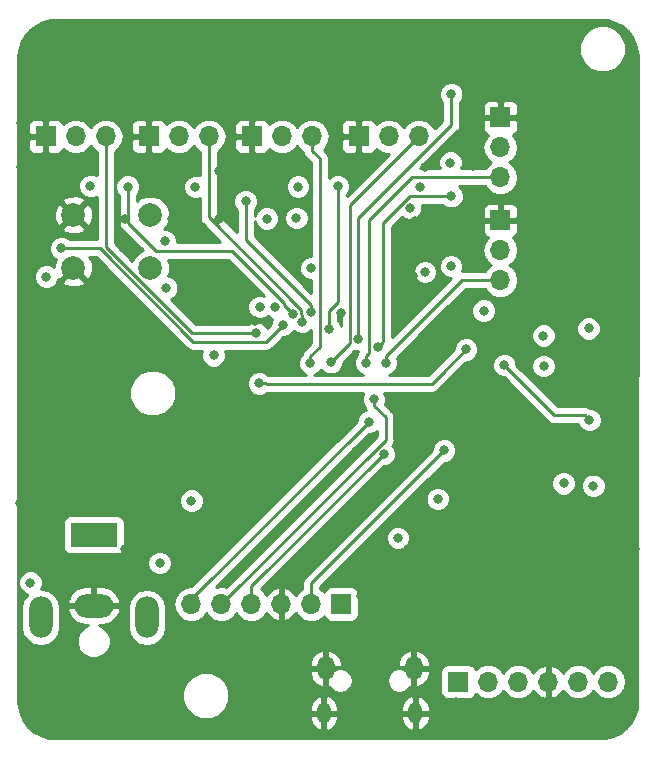
<source format=gbr>
G04 #@! TF.GenerationSoftware,KiCad,Pcbnew,(5.0.0)*
G04 #@! TF.CreationDate,2020-03-24T23:03:22+11:00*
G04 #@! TF.ProjectId,Classification and Contol Board,436C617373696669636174696F6E2061,rev?*
G04 #@! TF.SameCoordinates,Original*
G04 #@! TF.FileFunction,Copper,L4,Bot,Signal*
G04 #@! TF.FilePolarity,Positive*
%FSLAX46Y46*%
G04 Gerber Fmt 4.6, Leading zero omitted, Abs format (unit mm)*
G04 Created by KiCad (PCBNEW (5.0.0)) date 03/24/20 23:03:22*
%MOMM*%
%LPD*%
G01*
G04 APERTURE LIST*
G04 #@! TA.AperFunction,ComponentPad*
%ADD10R,4.000000X2.000000*%
G04 #@! TD*
G04 #@! TA.AperFunction,ComponentPad*
%ADD11O,3.300000X2.000000*%
G04 #@! TD*
G04 #@! TA.AperFunction,ComponentPad*
%ADD12O,2.000000X3.500000*%
G04 #@! TD*
G04 #@! TA.AperFunction,ComponentPad*
%ADD13C,2.000000*%
G04 #@! TD*
G04 #@! TA.AperFunction,ComponentPad*
%ADD14O,1.700000X1.700000*%
G04 #@! TD*
G04 #@! TA.AperFunction,ComponentPad*
%ADD15R,1.700000X1.700000*%
G04 #@! TD*
G04 #@! TA.AperFunction,ComponentPad*
%ADD16O,1.450000X2.000000*%
G04 #@! TD*
G04 #@! TA.AperFunction,ComponentPad*
%ADD17O,1.150000X1.800000*%
G04 #@! TD*
G04 #@! TA.AperFunction,ViaPad*
%ADD18C,0.800000*%
G04 #@! TD*
G04 #@! TA.AperFunction,Conductor*
%ADD19C,0.250000*%
G04 #@! TD*
G04 #@! TA.AperFunction,Conductor*
%ADD20C,0.254000*%
G04 #@! TD*
G04 APERTURE END LIST*
D10*
G04 #@! TO.P,J2,1*
G04 #@! TO.N,Net-(J2-Pad1)*
X121540000Y-105610000D03*
D11*
G04 #@! TO.P,J2,2*
G04 #@! TO.N,/GND*
X121540000Y-111610000D03*
D12*
G04 #@! TO.P,J2,MP*
G04 #@! TO.N,N/C*
X117040000Y-112610000D03*
X126040000Y-112610000D03*
G04 #@! TD*
D13*
G04 #@! TO.P,SW1,3*
G04 #@! TO.N,/STM32F407VGTx/NRST*
X126320000Y-83020000D03*
G04 #@! TO.P,SW1,4*
X126320000Y-78520000D03*
G04 #@! TO.P,SW1,2*
G04 #@! TO.N,/GND*
X119820000Y-78520000D03*
G04 #@! TO.P,SW1,1*
X119820000Y-83020000D03*
G04 #@! TD*
D14*
G04 #@! TO.P,J8,3*
G04 #@! TO.N,/STM32F407VGTx/PWM6*
X155945001Y-84045001D03*
G04 #@! TO.P,J8,2*
G04 #@! TO.N,/Control/VSER6*
X155945001Y-81505001D03*
D15*
G04 #@! TO.P,J8,1*
G04 #@! TO.N,/GND*
X155945001Y-78965001D03*
G04 #@! TD*
G04 #@! TO.P,J7,1*
G04 #@! TO.N,/GND*
X155945001Y-70265001D03*
D14*
G04 #@! TO.P,J7,2*
G04 #@! TO.N,/Control/VSER5*
X155945001Y-72805001D03*
G04 #@! TO.P,J7,3*
G04 #@! TO.N,/STM32F407VGTx/PWM5*
X155945001Y-75345001D03*
G04 #@! TD*
G04 #@! TO.P,J6,3*
G04 #@! TO.N,/STM32F407VGTx/PWM4*
X149052311Y-71880074D03*
G04 #@! TO.P,J6,2*
G04 #@! TO.N,/Control/VSER4*
X146512311Y-71880074D03*
D15*
G04 #@! TO.P,J6,1*
G04 #@! TO.N,/GND*
X143972311Y-71880074D03*
G04 #@! TD*
G04 #@! TO.P,J5,1*
G04 #@! TO.N,/GND*
X134930000Y-71880074D03*
D14*
G04 #@! TO.P,J5,2*
G04 #@! TO.N,/Control/VSER3*
X137470000Y-71880074D03*
G04 #@! TO.P,J5,3*
G04 #@! TO.N,/STM32F407VGTx/PWM3*
X140010000Y-71880074D03*
G04 #@! TD*
G04 #@! TO.P,J4,3*
G04 #@! TO.N,/STM32F407VGTx/PWM2*
X131280000Y-71880074D03*
G04 #@! TO.P,J4,2*
G04 #@! TO.N,/Control/VSER2*
X128740000Y-71880074D03*
D15*
G04 #@! TO.P,J4,1*
G04 #@! TO.N,/GND*
X126200000Y-71880074D03*
G04 #@! TD*
G04 #@! TO.P,J3,1*
G04 #@! TO.N,/GND*
X117470000Y-71880074D03*
D14*
G04 #@! TO.P,J3,2*
G04 #@! TO.N,/Control/VSER1*
X120010000Y-71880074D03*
G04 #@! TO.P,J3,3*
G04 #@! TO.N,/STM32F407VGTx/PWM1*
X122550000Y-71880074D03*
G04 #@! TD*
D15*
G04 #@! TO.P,J1,1*
G04 #@! TO.N,/STM32F407VGTx/3V3*
X142490000Y-111470000D03*
D14*
G04 #@! TO.P,J1,2*
G04 #@! TO.N,/STM32F407VGTx/SWCLK*
X139950000Y-111470000D03*
G04 #@! TO.P,J1,3*
G04 #@! TO.N,/GND*
X137410000Y-111470000D03*
G04 #@! TO.P,J1,4*
G04 #@! TO.N,/STM32F407VGTx/SWDIO*
X134870000Y-111470000D03*
G04 #@! TO.P,J1,5*
G04 #@! TO.N,/STM32F407VGTx/NRST*
X132330000Y-111470000D03*
G04 #@! TO.P,J1,6*
G04 #@! TO.N,/STM32F407VGTx/SWO*
X129790000Y-111470000D03*
G04 #@! TD*
D16*
G04 #@! TO.P,J10,6*
G04 #@! TO.N,/GND*
X141165000Y-116900000D03*
X148615000Y-116900000D03*
D17*
X141015000Y-120700000D03*
X148765000Y-120700000D03*
G04 #@! TD*
D15*
G04 #@! TO.P,J9,1*
G04 #@! TO.N,Net-(J9-Pad1)*
X152390000Y-118040000D03*
D14*
G04 #@! TO.P,J9,2*
G04 #@! TO.N,Net-(J9-Pad2)*
X154930000Y-118040000D03*
G04 #@! TO.P,J9,3*
G04 #@! TO.N,Net-(J9-Pad3)*
X157470000Y-118040000D03*
G04 #@! TO.P,J9,4*
G04 #@! TO.N,/GND*
X160010000Y-118040000D03*
G04 #@! TO.P,J9,5*
G04 #@! TO.N,/Communications/+5V*
X162550000Y-118040000D03*
G04 #@! TO.P,J9,6*
G04 #@! TO.N,Net-(J9-Pad6)*
X165090000Y-118040000D03*
G04 #@! TD*
D18*
G04 #@! TO.N,*
X116180000Y-109650000D03*
G04 #@! TO.N,/GND*
X156260000Y-92630000D03*
X116780000Y-63580000D03*
X120180000Y-62830000D03*
X124180000Y-62830000D03*
X128180000Y-62830000D03*
X132180000Y-62830000D03*
X136180000Y-62830000D03*
X140180000Y-62830000D03*
X144180000Y-62830000D03*
X148180000Y-62830000D03*
X152180000Y-62830000D03*
X156180000Y-62830000D03*
X160180000Y-62830000D03*
X163840000Y-62320000D03*
X116180000Y-66830000D03*
X115370000Y-70730000D03*
X115380000Y-74480000D03*
X116180000Y-78830000D03*
X117430000Y-82170000D03*
X115520000Y-80440000D03*
X115440000Y-89750000D03*
X116400000Y-96430000D03*
X116180000Y-106830000D03*
X118810000Y-114980000D03*
X116150000Y-116690000D03*
X116150000Y-119740000D03*
X116830000Y-121830000D03*
X160180000Y-66830000D03*
X160180000Y-70830000D03*
X160180000Y-74830000D03*
X160180000Y-78830000D03*
X160180000Y-82830000D03*
X160180000Y-86830000D03*
X161240000Y-90860000D03*
X161240000Y-94090000D03*
X160180000Y-119800000D03*
X160160000Y-122490000D03*
X144180000Y-66830000D03*
X145140000Y-69890000D03*
X141840000Y-74500000D03*
X143420000Y-90740000D03*
X144180000Y-94830000D03*
X143750000Y-98500000D03*
X144180000Y-102830000D03*
X144180000Y-110830000D03*
X144180000Y-118830000D03*
X144160000Y-122490000D03*
X156180000Y-66830000D03*
X153880000Y-82980000D03*
X156180000Y-86830000D03*
X156180000Y-94830000D03*
X156180000Y-98830000D03*
X156180000Y-106830000D03*
X156180000Y-110830000D03*
X157160000Y-116190000D03*
X156180000Y-119800000D03*
X156160000Y-122490000D03*
X140180000Y-66830000D03*
X141110000Y-69860000D03*
X139070000Y-74550000D03*
X139670000Y-77960000D03*
X139280000Y-94310000D03*
X140160000Y-122490000D03*
X164180000Y-66830000D03*
X164180000Y-70830000D03*
X164180000Y-74830000D03*
X164180000Y-78830000D03*
X164180000Y-82830000D03*
X162470000Y-86680000D03*
X163140000Y-90840000D03*
X163120000Y-94110000D03*
X164180000Y-98830000D03*
X164180000Y-110830000D03*
X164180000Y-119800000D03*
X164160000Y-122490000D03*
X120180000Y-66830000D03*
X119970000Y-70010000D03*
X120180000Y-78830000D03*
X122620000Y-87540000D03*
X124000000Y-88910000D03*
X121390000Y-97190000D03*
X115320000Y-102890000D03*
X119930000Y-109480000D03*
X120070000Y-118720000D03*
X120160000Y-122490000D03*
X128180000Y-66830000D03*
X128710000Y-69810000D03*
X128180000Y-78830000D03*
X125900000Y-88300000D03*
X128180000Y-90830000D03*
X128690000Y-94880000D03*
X128180000Y-98830000D03*
X128180000Y-102830000D03*
X128180000Y-110830000D03*
X128180000Y-114830000D03*
X128180000Y-118830000D03*
X128160000Y-122490000D03*
X136180000Y-66830000D03*
X137300000Y-69810000D03*
X133880000Y-84330000D03*
X135200000Y-87480000D03*
X136180000Y-94830000D03*
X136180000Y-98830000D03*
X136180000Y-102830000D03*
X136180000Y-114830000D03*
X136180000Y-118830000D03*
X136160000Y-122490000D03*
X124180000Y-66830000D03*
X124180000Y-70830000D03*
X124180000Y-74830000D03*
X124180000Y-78830000D03*
X124000000Y-81300000D03*
X124180000Y-86830000D03*
X124180000Y-90830000D03*
X125820000Y-97050000D03*
X124180000Y-106830000D03*
X124120000Y-109540000D03*
X124180000Y-114830000D03*
X124180000Y-118830000D03*
X124160000Y-122490000D03*
X132180000Y-66830000D03*
X132770000Y-69820000D03*
X132180000Y-74830000D03*
X132180000Y-78830000D03*
X131040000Y-91570000D03*
X131580000Y-94780000D03*
X132180000Y-102830000D03*
X132180000Y-114830000D03*
X133020000Y-118040000D03*
X167120000Y-66810000D03*
X167120000Y-70810000D03*
X167120000Y-74810000D03*
X167120000Y-82810000D03*
X167120000Y-86810000D03*
X167100000Y-97860000D03*
X167120000Y-78810000D03*
X167290000Y-110790000D03*
X167120000Y-118810000D03*
X166150000Y-121250000D03*
X167120000Y-114810000D03*
X166800000Y-63380000D03*
X167320000Y-102780000D03*
X167330000Y-106800000D03*
X132160000Y-122490000D03*
X148180000Y-66830000D03*
X149550000Y-69880000D03*
X149580000Y-74490000D03*
X148740000Y-79080000D03*
X148540000Y-83730000D03*
X147730000Y-86940000D03*
X147310000Y-95040000D03*
X147400000Y-97780000D03*
X148180000Y-106830000D03*
X148160000Y-122490000D03*
X152180000Y-66830000D03*
X153630000Y-74410000D03*
X152180000Y-94830000D03*
X153430000Y-98770000D03*
X152180000Y-106830000D03*
X152180000Y-110830000D03*
X151400000Y-115860000D03*
X152180000Y-119800000D03*
X152160000Y-122490000D03*
X142480000Y-86870000D03*
G04 #@! TO.N,/Communications/RX*
X159620000Y-91320000D03*
X135580000Y-86310000D03*
G04 #@! TO.N,/Communications/TX*
X159610000Y-88740000D03*
X136920000Y-86290000D03*
G04 #@! TO.N,/STM32F407VGTx/3V3*
X136180000Y-78830000D03*
X150670000Y-102570000D03*
X149580000Y-83360000D03*
X154550000Y-86630000D03*
X129810000Y-102720000D03*
X131680000Y-90410000D03*
X127530000Y-80730000D03*
X138700000Y-78790000D03*
X148310000Y-77950000D03*
X147290000Y-105870000D03*
G04 #@! TO.N,/STM32F407VGTx/BOOT1*
X135550000Y-92790000D03*
X153060000Y-89910000D03*
G04 #@! TO.N,/STM32F407VGTx/NRST*
X139950000Y-83030000D03*
X145260000Y-94130000D03*
G04 #@! TO.N,/Communications/+5V*
X163430000Y-88140000D03*
X161310000Y-101250000D03*
G04 #@! TO.N,/Control/FB1*
X137560000Y-87810000D03*
X118780000Y-81350000D03*
G04 #@! TO.N,/V+*
X117510000Y-83750000D03*
X121250000Y-76070000D03*
X130150000Y-76150000D03*
X138830000Y-76120000D03*
X149120000Y-76140000D03*
X151740000Y-74090000D03*
X151780000Y-82860000D03*
X127120000Y-107990000D03*
X127670000Y-84700000D03*
X163840000Y-101460000D03*
G04 #@! TO.N,/Control/FB2*
X138390000Y-86930000D03*
X124410000Y-76130000D03*
G04 #@! TO.N,/Control/FB3*
X139890000Y-86720000D03*
X134390000Y-77380000D03*
G04 #@! TO.N,/Control/FB4*
X142180000Y-76110000D03*
X141470000Y-88190000D03*
G04 #@! TO.N,/Control/FB5*
X151800000Y-68300000D03*
X143900000Y-89040000D03*
G04 #@! TO.N,/Control/FB6*
X145640000Y-89720000D03*
X151810000Y-76940000D03*
G04 #@! TO.N,/STM32F407VGTx/PWM1*
X135260000Y-88550000D03*
G04 #@! TO.N,/STM32F407VGTx/PWM2*
X139180000Y-87580000D03*
G04 #@! TO.N,/STM32F407VGTx/PWM3*
X139880000Y-91070000D03*
G04 #@! TO.N,/STM32F407VGTx/PWM4*
X141590000Y-90990000D03*
G04 #@! TO.N,/STM32F407VGTx/PWM5*
X144580000Y-91040000D03*
G04 #@! TO.N,/STM32F407VGTx/PWM6*
X146280000Y-91030000D03*
G04 #@! TO.N,/STM32F407VGTx/SWDIO*
X146070000Y-98780000D03*
G04 #@! TO.N,/STM32F407VGTx/SWCLK*
X151200000Y-98460000D03*
G04 #@! TO.N,/STM32F407VGTx/SWO*
X144820000Y-96020000D03*
G04 #@! TO.N,Net-(C61-Pad1)*
X163510000Y-95890000D03*
X156290000Y-91240000D03*
G04 #@! TD*
D19*
G04 #@! TO.N,/STM32F407VGTx/BOOT1*
X151010000Y-91960000D02*
X153060000Y-89910000D01*
X150160000Y-92810000D02*
X151010000Y-91960000D01*
X136135685Y-92810000D02*
X150160000Y-92810000D01*
X136115685Y-92790000D02*
X136135685Y-92810000D01*
X135550000Y-92790000D02*
X136115685Y-92790000D01*
G04 #@! TO.N,/STM32F407VGTx/NRST*
X126330000Y-83030000D02*
X126320000Y-83020000D01*
X146240000Y-97560000D02*
X132330000Y-111470000D01*
X146240000Y-95675685D02*
X146240000Y-97560000D01*
X145260000Y-94130000D02*
X145260000Y-94695685D01*
X145260000Y-94695685D02*
X146240000Y-95675685D01*
G04 #@! TO.N,/Control/FB1*
X122052588Y-81350000D02*
X118780000Y-81350000D01*
X129977589Y-89275001D02*
X122052588Y-81350000D01*
X137560000Y-87810000D02*
X136094999Y-89275001D01*
X136094999Y-89275001D02*
X129977589Y-89275001D01*
G04 #@! TO.N,/Control/FB2*
X124410000Y-79190000D02*
X124410000Y-76130000D01*
X126770000Y-81550000D02*
X124410000Y-79190000D01*
X133253002Y-81550000D02*
X126770000Y-81550000D01*
X137645001Y-85941999D02*
X133253002Y-81550000D01*
X137645001Y-86185001D02*
X137645001Y-85941999D01*
X138390000Y-86930000D02*
X137645001Y-86185001D01*
G04 #@! TO.N,/Control/FB3*
X139890000Y-86154315D02*
X134390000Y-80654315D01*
X139890000Y-86720000D02*
X139890000Y-86154315D01*
X134390000Y-80654315D02*
X134390000Y-77380000D01*
X134390000Y-77380000D02*
X134390000Y-77380000D01*
G04 #@! TO.N,/Control/FB4*
X142180000Y-76110000D02*
X142180000Y-85910000D01*
X141470000Y-86620000D02*
X142180000Y-85910000D01*
X141470000Y-88190000D02*
X141470000Y-86620000D01*
G04 #@! TO.N,/Control/FB5*
X151800000Y-70871387D02*
X151800000Y-68300000D01*
X143910000Y-87770000D02*
X143910000Y-78761387D01*
X143910000Y-78761387D02*
X151800000Y-70871387D01*
X143900000Y-87780000D02*
X143900000Y-89040000D01*
X143910000Y-87770000D02*
X143900000Y-87780000D01*
G04 #@! TO.N,/Control/FB6*
X146039999Y-89320001D02*
X146039999Y-79220001D01*
X145640000Y-89720000D02*
X146039999Y-89320001D01*
X146039999Y-79220001D02*
X148310000Y-76950000D01*
X148310000Y-76950000D02*
X148320000Y-76940000D01*
X148320000Y-76940000D02*
X151810000Y-76940000D01*
X151810000Y-76940000D02*
X151810000Y-76940000D01*
G04 #@! TO.N,/STM32F407VGTx/PWM1*
X122550000Y-73082155D02*
X122550000Y-71880074D01*
X122550000Y-81211002D02*
X122550000Y-73082155D01*
X129888998Y-88550000D02*
X122550000Y-81211002D01*
X135260000Y-88550000D02*
X129888998Y-88550000D01*
G04 #@! TO.N,/STM32F407VGTx/PWM2*
X139115001Y-86565001D02*
X131280000Y-78730000D01*
X139115001Y-86949316D02*
X139115001Y-86565001D01*
X139180000Y-87014315D02*
X139115001Y-86949316D01*
X139180000Y-87580000D02*
X139180000Y-87014315D01*
X131280000Y-78730000D02*
X131280000Y-71880074D01*
G04 #@! TO.N,/STM32F407VGTx/PWM3*
X140010000Y-73082155D02*
X140010000Y-71880074D01*
X140675001Y-73747156D02*
X140010000Y-73082155D01*
X140675001Y-89709314D02*
X140675001Y-73747156D01*
X139880000Y-90504315D02*
X140675001Y-89709314D01*
X139880000Y-91070000D02*
X139880000Y-90504315D01*
G04 #@! TO.N,/STM32F407VGTx/PWM4*
X141590000Y-90990000D02*
X143230000Y-89350000D01*
X143230000Y-77702385D02*
X149052311Y-71880074D01*
X143230000Y-89350000D02*
X143230000Y-77702385D01*
G04 #@! TO.N,/STM32F407VGTx/PWM5*
X148464999Y-75345001D02*
X155945001Y-75345001D01*
X144860000Y-78950000D02*
X148464999Y-75345001D01*
X144860000Y-90194315D02*
X144860000Y-78950000D01*
X144580000Y-91040000D02*
X144580000Y-90474315D01*
X144580000Y-90474315D02*
X144860000Y-90194315D01*
G04 #@! TO.N,/STM32F407VGTx/PWM6*
X154742920Y-84045001D02*
X155945001Y-84045001D01*
X152699314Y-84045001D02*
X154742920Y-84045001D01*
X146280000Y-90464315D02*
X152699314Y-84045001D01*
X146280000Y-91030000D02*
X146280000Y-90464315D01*
G04 #@! TO.N,/STM32F407VGTx/SWDIO*
X134870000Y-109980000D02*
X134870000Y-111470000D01*
X146070000Y-98780000D02*
X134870000Y-109980000D01*
G04 #@! TO.N,/STM32F407VGTx/SWCLK*
X139950000Y-109710000D02*
X139950000Y-111470000D01*
X151200000Y-98460000D02*
X139950000Y-109710000D01*
G04 #@! TO.N,/STM32F407VGTx/SWO*
X129790000Y-111060000D02*
X129790000Y-111470000D01*
X129790000Y-111050000D02*
X129790000Y-111470000D01*
X144820000Y-96020000D02*
X129790000Y-111050000D01*
G04 #@! TO.N,Net-(C61-Pad1)*
X156689999Y-91639999D02*
X156290000Y-91240000D01*
X160540001Y-95490001D02*
X156689999Y-91639999D01*
X163110001Y-95490001D02*
X160540001Y-95490001D01*
X163510000Y-95890000D02*
X163110001Y-95490001D01*
G04 #@! TD*
D20*
G04 #@! TO.N,/GND*
G36*
X165082658Y-62047917D02*
X165689479Y-62238083D01*
X166245664Y-62546381D01*
X166728495Y-62960217D01*
X167118252Y-63462689D01*
X167399015Y-64033275D01*
X167561516Y-64657126D01*
X167599981Y-65157017D01*
X167560056Y-119653485D01*
X167492083Y-120322658D01*
X167301917Y-120929479D01*
X166993619Y-121485664D01*
X166579783Y-121968495D01*
X166077311Y-122358252D01*
X165506725Y-122639015D01*
X164882879Y-122801515D01*
X164382539Y-122840015D01*
X118325896Y-122849993D01*
X117657342Y-122782083D01*
X117050521Y-122591917D01*
X116494336Y-122283619D01*
X116011505Y-121869783D01*
X115621748Y-121367311D01*
X115340985Y-120796725D01*
X115178485Y-120172879D01*
X115140001Y-119672746D01*
X115140154Y-118835159D01*
X129045000Y-118835159D01*
X129045000Y-119624841D01*
X129347199Y-120354412D01*
X129905588Y-120912801D01*
X130635159Y-121215000D01*
X131424841Y-121215000D01*
X132154412Y-120912801D01*
X132240213Y-120827000D01*
X139805000Y-120827000D01*
X139805000Y-121152000D01*
X139945707Y-121605380D01*
X140249204Y-121970402D01*
X140669286Y-122191495D01*
X140701323Y-122193635D01*
X140888000Y-122068550D01*
X140888000Y-120827000D01*
X141142000Y-120827000D01*
X141142000Y-122068550D01*
X141328677Y-122193635D01*
X141360714Y-122191495D01*
X141780796Y-121970402D01*
X142084293Y-121605380D01*
X142225000Y-121152000D01*
X142225000Y-120827000D01*
X147555000Y-120827000D01*
X147555000Y-121152000D01*
X147695707Y-121605380D01*
X147999204Y-121970402D01*
X148419286Y-122191495D01*
X148451323Y-122193635D01*
X148638000Y-122068550D01*
X148638000Y-120827000D01*
X148892000Y-120827000D01*
X148892000Y-122068550D01*
X149078677Y-122193635D01*
X149110714Y-122191495D01*
X149530796Y-121970402D01*
X149834293Y-121605380D01*
X149975000Y-121152000D01*
X149975000Y-120827000D01*
X148892000Y-120827000D01*
X148638000Y-120827000D01*
X147555000Y-120827000D01*
X142225000Y-120827000D01*
X141142000Y-120827000D01*
X140888000Y-120827000D01*
X139805000Y-120827000D01*
X132240213Y-120827000D01*
X132712801Y-120354412D01*
X132756878Y-120248000D01*
X139805000Y-120248000D01*
X139805000Y-120573000D01*
X140888000Y-120573000D01*
X140888000Y-119331450D01*
X141142000Y-119331450D01*
X141142000Y-120573000D01*
X142225000Y-120573000D01*
X142225000Y-120248000D01*
X147555000Y-120248000D01*
X147555000Y-120573000D01*
X148638000Y-120573000D01*
X148638000Y-119331450D01*
X148892000Y-119331450D01*
X148892000Y-120573000D01*
X149975000Y-120573000D01*
X149975000Y-120248000D01*
X149834293Y-119794620D01*
X149530796Y-119429598D01*
X149110714Y-119208505D01*
X149078677Y-119206365D01*
X148892000Y-119331450D01*
X148638000Y-119331450D01*
X148451323Y-119206365D01*
X148419286Y-119208505D01*
X147999204Y-119429598D01*
X147695707Y-119794620D01*
X147555000Y-120248000D01*
X142225000Y-120248000D01*
X142084293Y-119794620D01*
X141780796Y-119429598D01*
X141360714Y-119208505D01*
X141328677Y-119206365D01*
X141142000Y-119331450D01*
X140888000Y-119331450D01*
X140701323Y-119206365D01*
X140669286Y-119208505D01*
X140249204Y-119429598D01*
X139945707Y-119794620D01*
X139805000Y-120248000D01*
X132756878Y-120248000D01*
X133015000Y-119624841D01*
X133015000Y-118835159D01*
X132712801Y-118105588D01*
X132154412Y-117547199D01*
X131424841Y-117245000D01*
X130635159Y-117245000D01*
X129905588Y-117547199D01*
X129347199Y-118105588D01*
X129045000Y-118835159D01*
X115140154Y-118835159D01*
X115140485Y-117027000D01*
X139805000Y-117027000D01*
X139805000Y-117302000D01*
X139957125Y-117812782D01*
X140293138Y-118226467D01*
X140761884Y-118480076D01*
X140827742Y-118492519D01*
X141038000Y-118369518D01*
X141038000Y-117027000D01*
X141292000Y-117027000D01*
X141292000Y-118369518D01*
X141502258Y-118492519D01*
X141507105Y-118491603D01*
X141643807Y-118696193D01*
X141986163Y-118924948D01*
X142288065Y-118985000D01*
X142491935Y-118985000D01*
X142793837Y-118924948D01*
X143136193Y-118696193D01*
X143364948Y-118353837D01*
X143445276Y-117950000D01*
X146334724Y-117950000D01*
X146415052Y-118353837D01*
X146643807Y-118696193D01*
X146986163Y-118924948D01*
X147288065Y-118985000D01*
X147491935Y-118985000D01*
X147793837Y-118924948D01*
X148136193Y-118696193D01*
X148272895Y-118491603D01*
X148277742Y-118492519D01*
X148488000Y-118369518D01*
X148488000Y-117027000D01*
X148742000Y-117027000D01*
X148742000Y-118369518D01*
X148952258Y-118492519D01*
X149018116Y-118480076D01*
X149486862Y-118226467D01*
X149822875Y-117812782D01*
X149975000Y-117302000D01*
X149975000Y-117190000D01*
X150892560Y-117190000D01*
X150892560Y-118890000D01*
X150941843Y-119137765D01*
X151082191Y-119347809D01*
X151292235Y-119488157D01*
X151540000Y-119537440D01*
X153240000Y-119537440D01*
X153487765Y-119488157D01*
X153697809Y-119347809D01*
X153838157Y-119137765D01*
X153847184Y-119092381D01*
X153859375Y-119110625D01*
X154350582Y-119438839D01*
X154783744Y-119525000D01*
X155076256Y-119525000D01*
X155509418Y-119438839D01*
X156000625Y-119110625D01*
X156200000Y-118812239D01*
X156399375Y-119110625D01*
X156890582Y-119438839D01*
X157323744Y-119525000D01*
X157616256Y-119525000D01*
X158049418Y-119438839D01*
X158540625Y-119110625D01*
X158753843Y-118791522D01*
X158814817Y-118921358D01*
X159243076Y-119311645D01*
X159653110Y-119481476D01*
X159883000Y-119360155D01*
X159883000Y-118167000D01*
X159863000Y-118167000D01*
X159863000Y-117913000D01*
X159883000Y-117913000D01*
X159883000Y-116719845D01*
X160137000Y-116719845D01*
X160137000Y-117913000D01*
X160157000Y-117913000D01*
X160157000Y-118167000D01*
X160137000Y-118167000D01*
X160137000Y-119360155D01*
X160366890Y-119481476D01*
X160776924Y-119311645D01*
X161205183Y-118921358D01*
X161266157Y-118791522D01*
X161479375Y-119110625D01*
X161970582Y-119438839D01*
X162403744Y-119525000D01*
X162696256Y-119525000D01*
X163129418Y-119438839D01*
X163620625Y-119110625D01*
X163820000Y-118812239D01*
X164019375Y-119110625D01*
X164510582Y-119438839D01*
X164943744Y-119525000D01*
X165236256Y-119525000D01*
X165669418Y-119438839D01*
X166160625Y-119110625D01*
X166488839Y-118619418D01*
X166604092Y-118040000D01*
X166488839Y-117460582D01*
X166160625Y-116969375D01*
X165669418Y-116641161D01*
X165236256Y-116555000D01*
X164943744Y-116555000D01*
X164510582Y-116641161D01*
X164019375Y-116969375D01*
X163820000Y-117267761D01*
X163620625Y-116969375D01*
X163129418Y-116641161D01*
X162696256Y-116555000D01*
X162403744Y-116555000D01*
X161970582Y-116641161D01*
X161479375Y-116969375D01*
X161266157Y-117288478D01*
X161205183Y-117158642D01*
X160776924Y-116768355D01*
X160366890Y-116598524D01*
X160137000Y-116719845D01*
X159883000Y-116719845D01*
X159653110Y-116598524D01*
X159243076Y-116768355D01*
X158814817Y-117158642D01*
X158753843Y-117288478D01*
X158540625Y-116969375D01*
X158049418Y-116641161D01*
X157616256Y-116555000D01*
X157323744Y-116555000D01*
X156890582Y-116641161D01*
X156399375Y-116969375D01*
X156200000Y-117267761D01*
X156000625Y-116969375D01*
X155509418Y-116641161D01*
X155076256Y-116555000D01*
X154783744Y-116555000D01*
X154350582Y-116641161D01*
X153859375Y-116969375D01*
X153847184Y-116987619D01*
X153838157Y-116942235D01*
X153697809Y-116732191D01*
X153487765Y-116591843D01*
X153240000Y-116542560D01*
X151540000Y-116542560D01*
X151292235Y-116591843D01*
X151082191Y-116732191D01*
X150941843Y-116942235D01*
X150892560Y-117190000D01*
X149975000Y-117190000D01*
X149975000Y-117027000D01*
X148742000Y-117027000D01*
X148488000Y-117027000D01*
X147871583Y-117027000D01*
X147793837Y-116975052D01*
X147491935Y-116915000D01*
X147288065Y-116915000D01*
X146986163Y-116975052D01*
X146643807Y-117203807D01*
X146415052Y-117546163D01*
X146334724Y-117950000D01*
X143445276Y-117950000D01*
X143364948Y-117546163D01*
X143136193Y-117203807D01*
X142793837Y-116975052D01*
X142491935Y-116915000D01*
X142288065Y-116915000D01*
X141986163Y-116975052D01*
X141908417Y-117027000D01*
X141292000Y-117027000D01*
X141038000Y-117027000D01*
X139805000Y-117027000D01*
X115140485Y-117027000D01*
X115140582Y-116498000D01*
X139805000Y-116498000D01*
X139805000Y-116773000D01*
X141038000Y-116773000D01*
X141038000Y-115430482D01*
X141292000Y-115430482D01*
X141292000Y-116773000D01*
X142525000Y-116773000D01*
X142525000Y-116498000D01*
X147255000Y-116498000D01*
X147255000Y-116773000D01*
X148488000Y-116773000D01*
X148488000Y-115430482D01*
X148742000Y-115430482D01*
X148742000Y-116773000D01*
X149975000Y-116773000D01*
X149975000Y-116498000D01*
X149822875Y-115987218D01*
X149486862Y-115573533D01*
X149018116Y-115319924D01*
X148952258Y-115307481D01*
X148742000Y-115430482D01*
X148488000Y-115430482D01*
X148277742Y-115307481D01*
X148211884Y-115319924D01*
X147743138Y-115573533D01*
X147407125Y-115987218D01*
X147255000Y-116498000D01*
X142525000Y-116498000D01*
X142372875Y-115987218D01*
X142036862Y-115573533D01*
X141568116Y-115319924D01*
X141502258Y-115307481D01*
X141292000Y-115430482D01*
X141038000Y-115430482D01*
X140827742Y-115307481D01*
X140761884Y-115319924D01*
X140293138Y-115573533D01*
X139957125Y-115987218D01*
X139805000Y-116498000D01*
X115140582Y-116498000D01*
X115141877Y-109444126D01*
X115145000Y-109444126D01*
X115145000Y-109855874D01*
X115302569Y-110236280D01*
X115593720Y-110527431D01*
X115900952Y-110654690D01*
X115861231Y-110681231D01*
X115499864Y-111222056D01*
X115405000Y-111698970D01*
X115405000Y-113521031D01*
X115499865Y-113997945D01*
X115861232Y-114538769D01*
X116402056Y-114900136D01*
X117040000Y-115027031D01*
X117677945Y-114900136D01*
X118218769Y-114538769D01*
X118580136Y-113997945D01*
X118675000Y-113521031D01*
X118675000Y-111990434D01*
X119299876Y-111990434D01*
X119330856Y-112118355D01*
X119644078Y-112676317D01*
X120146980Y-113071942D01*
X120763000Y-113245000D01*
X121085566Y-113245000D01*
X120727138Y-113393466D01*
X120323466Y-113797138D01*
X120105000Y-114324561D01*
X120105000Y-114895439D01*
X120323466Y-115422862D01*
X120727138Y-115826534D01*
X121254561Y-116045000D01*
X121825439Y-116045000D01*
X122352862Y-115826534D01*
X122756534Y-115422862D01*
X122975000Y-114895439D01*
X122975000Y-114324561D01*
X122756534Y-113797138D01*
X122352862Y-113393466D01*
X121994434Y-113245000D01*
X122317000Y-113245000D01*
X122933020Y-113071942D01*
X123435922Y-112676317D01*
X123749144Y-112118355D01*
X123780124Y-111990434D01*
X123660777Y-111737000D01*
X121667000Y-111737000D01*
X121667000Y-111757000D01*
X121413000Y-111757000D01*
X121413000Y-111737000D01*
X119419223Y-111737000D01*
X119299876Y-111990434D01*
X118675000Y-111990434D01*
X118675000Y-111698970D01*
X124405000Y-111698970D01*
X124405000Y-113521031D01*
X124499865Y-113997945D01*
X124861232Y-114538769D01*
X125402056Y-114900136D01*
X126040000Y-115027031D01*
X126677945Y-114900136D01*
X127218769Y-114538769D01*
X127580136Y-113997945D01*
X127675000Y-113521031D01*
X127675000Y-111698969D01*
X127580136Y-111222055D01*
X127218769Y-110681231D01*
X126677944Y-110319864D01*
X126040000Y-110192969D01*
X125402055Y-110319864D01*
X124861231Y-110681231D01*
X124499864Y-111222056D01*
X124405000Y-111698970D01*
X118675000Y-111698970D01*
X118675000Y-111698969D01*
X118581631Y-111229566D01*
X119299876Y-111229566D01*
X119419223Y-111483000D01*
X121413000Y-111483000D01*
X121413000Y-109975000D01*
X121667000Y-109975000D01*
X121667000Y-111483000D01*
X123660777Y-111483000D01*
X123780124Y-111229566D01*
X123749144Y-111101645D01*
X123435922Y-110543683D01*
X122933020Y-110148058D01*
X122317000Y-109975000D01*
X121667000Y-109975000D01*
X121413000Y-109975000D01*
X120763000Y-109975000D01*
X120146980Y-110148058D01*
X119644078Y-110543683D01*
X119330856Y-111101645D01*
X119299876Y-111229566D01*
X118581631Y-111229566D01*
X118580136Y-111222055D01*
X118218769Y-110681231D01*
X117677944Y-110319864D01*
X117072679Y-110199469D01*
X117215000Y-109855874D01*
X117215000Y-109444126D01*
X117057431Y-109063720D01*
X116766280Y-108772569D01*
X116385874Y-108615000D01*
X115974126Y-108615000D01*
X115593720Y-108772569D01*
X115302569Y-109063720D01*
X115145000Y-109444126D01*
X115141877Y-109444126D01*
X115142181Y-107784126D01*
X126085000Y-107784126D01*
X126085000Y-108195874D01*
X126242569Y-108576280D01*
X126533720Y-108867431D01*
X126914126Y-109025000D01*
X127325874Y-109025000D01*
X127706280Y-108867431D01*
X127997431Y-108576280D01*
X128155000Y-108195874D01*
X128155000Y-107784126D01*
X127997431Y-107403720D01*
X127706280Y-107112569D01*
X127325874Y-106955000D01*
X126914126Y-106955000D01*
X126533720Y-107112569D01*
X126242569Y-107403720D01*
X126085000Y-107784126D01*
X115142181Y-107784126D01*
X115142763Y-104610000D01*
X118892560Y-104610000D01*
X118892560Y-106610000D01*
X118941843Y-106857765D01*
X119082191Y-107067809D01*
X119292235Y-107208157D01*
X119540000Y-107257440D01*
X123540000Y-107257440D01*
X123787765Y-107208157D01*
X123997809Y-107067809D01*
X124138157Y-106857765D01*
X124187440Y-106610000D01*
X124187440Y-104610000D01*
X124138157Y-104362235D01*
X123997809Y-104152191D01*
X123787765Y-104011843D01*
X123540000Y-103962560D01*
X119540000Y-103962560D01*
X119292235Y-104011843D01*
X119082191Y-104152191D01*
X118941843Y-104362235D01*
X118892560Y-104610000D01*
X115142763Y-104610000D01*
X115143147Y-102514126D01*
X128775000Y-102514126D01*
X128775000Y-102925874D01*
X128932569Y-103306280D01*
X129223720Y-103597431D01*
X129604126Y-103755000D01*
X130015874Y-103755000D01*
X130396280Y-103597431D01*
X130687431Y-103306280D01*
X130845000Y-102925874D01*
X130845000Y-102514126D01*
X130687431Y-102133720D01*
X130396280Y-101842569D01*
X130015874Y-101685000D01*
X129604126Y-101685000D01*
X129223720Y-101842569D01*
X128932569Y-102133720D01*
X128775000Y-102514126D01*
X115143147Y-102514126D01*
X115144854Y-93205159D01*
X124545000Y-93205159D01*
X124545000Y-93994841D01*
X124847199Y-94724412D01*
X125405588Y-95282801D01*
X126135159Y-95585000D01*
X126924841Y-95585000D01*
X127654412Y-95282801D01*
X128212801Y-94724412D01*
X128515000Y-93994841D01*
X128515000Y-93205159D01*
X128212801Y-92475588D01*
X127654412Y-91917199D01*
X126924841Y-91615000D01*
X126135159Y-91615000D01*
X125405588Y-91917199D01*
X124847199Y-92475588D01*
X124545000Y-93205159D01*
X115144854Y-93205159D01*
X115146627Y-83544126D01*
X116475000Y-83544126D01*
X116475000Y-83955874D01*
X116632569Y-84336280D01*
X116923720Y-84627431D01*
X117304126Y-84785000D01*
X117715874Y-84785000D01*
X118096280Y-84627431D01*
X118387431Y-84336280D01*
X118455257Y-84172532D01*
X118847073Y-84172532D01*
X118945736Y-84439387D01*
X119555461Y-84665908D01*
X120205460Y-84641856D01*
X120694264Y-84439387D01*
X120792927Y-84172532D01*
X119820000Y-83199605D01*
X118847073Y-84172532D01*
X118455257Y-84172532D01*
X118545000Y-83955874D01*
X118545000Y-83947648D01*
X118667468Y-83992927D01*
X119640395Y-83020000D01*
X119626253Y-83005858D01*
X119805858Y-82826253D01*
X119820000Y-82840395D01*
X119834143Y-82826253D01*
X120013748Y-83005858D01*
X119999605Y-83020000D01*
X120972532Y-83992927D01*
X121239387Y-83894264D01*
X121465908Y-83284539D01*
X121441856Y-82634540D01*
X121239387Y-82145736D01*
X121142731Y-82110000D01*
X121737787Y-82110000D01*
X129387260Y-89759474D01*
X129429660Y-89822930D01*
X129681052Y-89990905D01*
X129902737Y-90035001D01*
X129902742Y-90035001D01*
X129977589Y-90049889D01*
X130052436Y-90035001D01*
X130715054Y-90035001D01*
X130645000Y-90204126D01*
X130645000Y-90615874D01*
X130802569Y-90996280D01*
X131093720Y-91287431D01*
X131474126Y-91445000D01*
X131885874Y-91445000D01*
X132266280Y-91287431D01*
X132557431Y-90996280D01*
X132715000Y-90615874D01*
X132715000Y-90204126D01*
X132644946Y-90035001D01*
X136020152Y-90035001D01*
X136094999Y-90049889D01*
X136169846Y-90035001D01*
X136169851Y-90035001D01*
X136391536Y-89990905D01*
X136642928Y-89822930D01*
X136685330Y-89759471D01*
X137599802Y-88845000D01*
X137765874Y-88845000D01*
X138146280Y-88687431D01*
X138437431Y-88396280D01*
X138465296Y-88329007D01*
X138593720Y-88457431D01*
X138974126Y-88615000D01*
X139385874Y-88615000D01*
X139766280Y-88457431D01*
X139915001Y-88308710D01*
X139915001Y-89394512D01*
X139395528Y-89913986D01*
X139332072Y-89956386D01*
X139164096Y-90207778D01*
X139135686Y-90350603D01*
X139002569Y-90483720D01*
X138845000Y-90864126D01*
X138845000Y-91275874D01*
X139002569Y-91656280D01*
X139293720Y-91947431D01*
X139541344Y-92050000D01*
X136291084Y-92050000D01*
X136269397Y-92045686D01*
X136136280Y-91912569D01*
X135755874Y-91755000D01*
X135344126Y-91755000D01*
X134963720Y-91912569D01*
X134672569Y-92203720D01*
X134515000Y-92584126D01*
X134515000Y-92995874D01*
X134672569Y-93376280D01*
X134963720Y-93667431D01*
X135344126Y-93825000D01*
X135755874Y-93825000D01*
X136136280Y-93667431D01*
X136233711Y-93570000D01*
X144371683Y-93570000D01*
X144225000Y-93924126D01*
X144225000Y-94335874D01*
X144382569Y-94716280D01*
X144515686Y-94849397D01*
X144544096Y-94992222D01*
X144555497Y-95009285D01*
X144233720Y-95142569D01*
X143942569Y-95433720D01*
X143785000Y-95814126D01*
X143785000Y-95980198D01*
X129780199Y-109985000D01*
X129643744Y-109985000D01*
X129210582Y-110071161D01*
X128719375Y-110399375D01*
X128391161Y-110890582D01*
X128275908Y-111470000D01*
X128391161Y-112049418D01*
X128719375Y-112540625D01*
X129210582Y-112868839D01*
X129643744Y-112955000D01*
X129936256Y-112955000D01*
X130369418Y-112868839D01*
X130860625Y-112540625D01*
X131060000Y-112242239D01*
X131259375Y-112540625D01*
X131750582Y-112868839D01*
X132183744Y-112955000D01*
X132476256Y-112955000D01*
X132909418Y-112868839D01*
X133400625Y-112540625D01*
X133600000Y-112242239D01*
X133799375Y-112540625D01*
X134290582Y-112868839D01*
X134723744Y-112955000D01*
X135016256Y-112955000D01*
X135449418Y-112868839D01*
X135940625Y-112540625D01*
X136153843Y-112221522D01*
X136214817Y-112351358D01*
X136643076Y-112741645D01*
X137053110Y-112911476D01*
X137283000Y-112790155D01*
X137283000Y-111597000D01*
X137263000Y-111597000D01*
X137263000Y-111343000D01*
X137283000Y-111343000D01*
X137283000Y-110149845D01*
X137537000Y-110149845D01*
X137537000Y-111343000D01*
X137557000Y-111343000D01*
X137557000Y-111597000D01*
X137537000Y-111597000D01*
X137537000Y-112790155D01*
X137766890Y-112911476D01*
X138176924Y-112741645D01*
X138605183Y-112351358D01*
X138666157Y-112221522D01*
X138879375Y-112540625D01*
X139370582Y-112868839D01*
X139803744Y-112955000D01*
X140096256Y-112955000D01*
X140529418Y-112868839D01*
X141020625Y-112540625D01*
X141032816Y-112522381D01*
X141041843Y-112567765D01*
X141182191Y-112777809D01*
X141392235Y-112918157D01*
X141640000Y-112967440D01*
X143340000Y-112967440D01*
X143587765Y-112918157D01*
X143797809Y-112777809D01*
X143938157Y-112567765D01*
X143987440Y-112320000D01*
X143987440Y-110620000D01*
X143938157Y-110372235D01*
X143797809Y-110162191D01*
X143587765Y-110021843D01*
X143340000Y-109972560D01*
X141640000Y-109972560D01*
X141392235Y-110021843D01*
X141182191Y-110162191D01*
X141041843Y-110372235D01*
X141032816Y-110417619D01*
X141020625Y-110399375D01*
X140710000Y-110191822D01*
X140710000Y-110024801D01*
X145070675Y-105664126D01*
X146255000Y-105664126D01*
X146255000Y-106075874D01*
X146412569Y-106456280D01*
X146703720Y-106747431D01*
X147084126Y-106905000D01*
X147495874Y-106905000D01*
X147876280Y-106747431D01*
X148167431Y-106456280D01*
X148325000Y-106075874D01*
X148325000Y-105664126D01*
X148167431Y-105283720D01*
X147876280Y-104992569D01*
X147495874Y-104835000D01*
X147084126Y-104835000D01*
X146703720Y-104992569D01*
X146412569Y-105283720D01*
X146255000Y-105664126D01*
X145070675Y-105664126D01*
X148370675Y-102364126D01*
X149635000Y-102364126D01*
X149635000Y-102775874D01*
X149792569Y-103156280D01*
X150083720Y-103447431D01*
X150464126Y-103605000D01*
X150875874Y-103605000D01*
X151256280Y-103447431D01*
X151547431Y-103156280D01*
X151705000Y-102775874D01*
X151705000Y-102364126D01*
X151547431Y-101983720D01*
X151256280Y-101692569D01*
X150875874Y-101535000D01*
X150464126Y-101535000D01*
X150083720Y-101692569D01*
X149792569Y-101983720D01*
X149635000Y-102364126D01*
X148370675Y-102364126D01*
X149690675Y-101044126D01*
X160275000Y-101044126D01*
X160275000Y-101455874D01*
X160432569Y-101836280D01*
X160723720Y-102127431D01*
X161104126Y-102285000D01*
X161515874Y-102285000D01*
X161896280Y-102127431D01*
X162187431Y-101836280D01*
X162345000Y-101455874D01*
X162345000Y-101254126D01*
X162805000Y-101254126D01*
X162805000Y-101665874D01*
X162962569Y-102046280D01*
X163253720Y-102337431D01*
X163634126Y-102495000D01*
X164045874Y-102495000D01*
X164426280Y-102337431D01*
X164717431Y-102046280D01*
X164875000Y-101665874D01*
X164875000Y-101254126D01*
X164717431Y-100873720D01*
X164426280Y-100582569D01*
X164045874Y-100425000D01*
X163634126Y-100425000D01*
X163253720Y-100582569D01*
X162962569Y-100873720D01*
X162805000Y-101254126D01*
X162345000Y-101254126D01*
X162345000Y-101044126D01*
X162187431Y-100663720D01*
X161896280Y-100372569D01*
X161515874Y-100215000D01*
X161104126Y-100215000D01*
X160723720Y-100372569D01*
X160432569Y-100663720D01*
X160275000Y-101044126D01*
X149690675Y-101044126D01*
X151239802Y-99495000D01*
X151405874Y-99495000D01*
X151786280Y-99337431D01*
X152077431Y-99046280D01*
X152235000Y-98665874D01*
X152235000Y-98254126D01*
X152077431Y-97873720D01*
X151786280Y-97582569D01*
X151405874Y-97425000D01*
X150994126Y-97425000D01*
X150613720Y-97582569D01*
X150322569Y-97873720D01*
X150165000Y-98254126D01*
X150165000Y-98420198D01*
X139465530Y-109119669D01*
X139402071Y-109162071D01*
X139234096Y-109413464D01*
X139190000Y-109635149D01*
X139190000Y-109635153D01*
X139175112Y-109710000D01*
X139190000Y-109784847D01*
X139190000Y-110191822D01*
X138879375Y-110399375D01*
X138666157Y-110718478D01*
X138605183Y-110588642D01*
X138176924Y-110198355D01*
X137766890Y-110028524D01*
X137537000Y-110149845D01*
X137283000Y-110149845D01*
X137053110Y-110028524D01*
X136643076Y-110198355D01*
X136214817Y-110588642D01*
X136153843Y-110718478D01*
X135940625Y-110399375D01*
X135691731Y-110233070D01*
X146109802Y-99815000D01*
X146275874Y-99815000D01*
X146656280Y-99657431D01*
X146947431Y-99366280D01*
X147105000Y-98985874D01*
X147105000Y-98574126D01*
X146947431Y-98193720D01*
X146817454Y-98063743D01*
X146856629Y-98005112D01*
X146955904Y-97856538D01*
X146978270Y-97744096D01*
X147000000Y-97634852D01*
X147000000Y-97634848D01*
X147014888Y-97560000D01*
X147000000Y-97485152D01*
X147000000Y-95750531D01*
X147014888Y-95675684D01*
X147000000Y-95600837D01*
X147000000Y-95600833D01*
X146955904Y-95379148D01*
X146831834Y-95193464D01*
X146830329Y-95191211D01*
X146830327Y-95191209D01*
X146787929Y-95127756D01*
X146724476Y-95085358D01*
X146201272Y-94562155D01*
X146295000Y-94335874D01*
X146295000Y-93924126D01*
X146148317Y-93570000D01*
X150085153Y-93570000D01*
X150160000Y-93584888D01*
X150234847Y-93570000D01*
X150234852Y-93570000D01*
X150456537Y-93525904D01*
X150707929Y-93357929D01*
X150750331Y-93294470D01*
X151600329Y-92444473D01*
X151600331Y-92444470D01*
X153010675Y-91034126D01*
X155255000Y-91034126D01*
X155255000Y-91445874D01*
X155412569Y-91826280D01*
X155703720Y-92117431D01*
X156084126Y-92275000D01*
X156250199Y-92275000D01*
X159949671Y-95974473D01*
X159992072Y-96037930D01*
X160243464Y-96205905D01*
X160465149Y-96250001D01*
X160465153Y-96250001D01*
X160540000Y-96264889D01*
X160614847Y-96250001D01*
X162538841Y-96250001D01*
X162632569Y-96476280D01*
X162923720Y-96767431D01*
X163304126Y-96925000D01*
X163715874Y-96925000D01*
X164096280Y-96767431D01*
X164387431Y-96476280D01*
X164545000Y-96095874D01*
X164545000Y-95684126D01*
X164387431Y-95303720D01*
X164096280Y-95012569D01*
X163715874Y-94855000D01*
X163527618Y-94855000D01*
X163406538Y-94774097D01*
X163184853Y-94730001D01*
X163184848Y-94730001D01*
X163110001Y-94715113D01*
X163035154Y-94730001D01*
X160854803Y-94730001D01*
X157325000Y-91200199D01*
X157325000Y-91114126D01*
X158585000Y-91114126D01*
X158585000Y-91525874D01*
X158742569Y-91906280D01*
X159033720Y-92197431D01*
X159414126Y-92355000D01*
X159825874Y-92355000D01*
X160206280Y-92197431D01*
X160497431Y-91906280D01*
X160655000Y-91525874D01*
X160655000Y-91114126D01*
X160497431Y-90733720D01*
X160206280Y-90442569D01*
X159825874Y-90285000D01*
X159414126Y-90285000D01*
X159033720Y-90442569D01*
X158742569Y-90733720D01*
X158585000Y-91114126D01*
X157325000Y-91114126D01*
X157325000Y-91034126D01*
X157167431Y-90653720D01*
X156876280Y-90362569D01*
X156495874Y-90205000D01*
X156084126Y-90205000D01*
X155703720Y-90362569D01*
X155412569Y-90653720D01*
X155255000Y-91034126D01*
X153010675Y-91034126D01*
X153099802Y-90945000D01*
X153265874Y-90945000D01*
X153646280Y-90787431D01*
X153937431Y-90496280D01*
X154095000Y-90115874D01*
X154095000Y-89704126D01*
X153937431Y-89323720D01*
X153646280Y-89032569D01*
X153265874Y-88875000D01*
X152854126Y-88875000D01*
X152473720Y-89032569D01*
X152182569Y-89323720D01*
X152025000Y-89704126D01*
X152025000Y-89870198D01*
X150525530Y-91369669D01*
X150525527Y-91369671D01*
X149845199Y-92050000D01*
X146522087Y-92050000D01*
X146866280Y-91907431D01*
X147157431Y-91616280D01*
X147315000Y-91235874D01*
X147315000Y-90824126D01*
X147221271Y-90597845D01*
X149284990Y-88534126D01*
X158575000Y-88534126D01*
X158575000Y-88945874D01*
X158732569Y-89326280D01*
X159023720Y-89617431D01*
X159404126Y-89775000D01*
X159815874Y-89775000D01*
X160196280Y-89617431D01*
X160487431Y-89326280D01*
X160645000Y-88945874D01*
X160645000Y-88534126D01*
X160487431Y-88153720D01*
X160267837Y-87934126D01*
X162395000Y-87934126D01*
X162395000Y-88345874D01*
X162552569Y-88726280D01*
X162843720Y-89017431D01*
X163224126Y-89175000D01*
X163635874Y-89175000D01*
X164016280Y-89017431D01*
X164307431Y-88726280D01*
X164465000Y-88345874D01*
X164465000Y-87934126D01*
X164307431Y-87553720D01*
X164016280Y-87262569D01*
X163635874Y-87105000D01*
X163224126Y-87105000D01*
X162843720Y-87262569D01*
X162552569Y-87553720D01*
X162395000Y-87934126D01*
X160267837Y-87934126D01*
X160196280Y-87862569D01*
X159815874Y-87705000D01*
X159404126Y-87705000D01*
X159023720Y-87862569D01*
X158732569Y-88153720D01*
X158575000Y-88534126D01*
X149284990Y-88534126D01*
X151394990Y-86424126D01*
X153515000Y-86424126D01*
X153515000Y-86835874D01*
X153672569Y-87216280D01*
X153963720Y-87507431D01*
X154344126Y-87665000D01*
X154755874Y-87665000D01*
X155136280Y-87507431D01*
X155427431Y-87216280D01*
X155585000Y-86835874D01*
X155585000Y-86424126D01*
X155427431Y-86043720D01*
X155136280Y-85752569D01*
X154755874Y-85595000D01*
X154344126Y-85595000D01*
X153963720Y-85752569D01*
X153672569Y-86043720D01*
X153515000Y-86424126D01*
X151394990Y-86424126D01*
X153014116Y-84805001D01*
X154666823Y-84805001D01*
X154874376Y-85115626D01*
X155365583Y-85443840D01*
X155798745Y-85530001D01*
X156091257Y-85530001D01*
X156524419Y-85443840D01*
X157015626Y-85115626D01*
X157343840Y-84624419D01*
X157459093Y-84045001D01*
X157343840Y-83465583D01*
X157015626Y-82974376D01*
X156717240Y-82775001D01*
X157015626Y-82575626D01*
X157343840Y-82084419D01*
X157459093Y-81505001D01*
X157343840Y-80925583D01*
X157015626Y-80434376D01*
X156993968Y-80419905D01*
X157154699Y-80353328D01*
X157333328Y-80174700D01*
X157430001Y-79941311D01*
X157430001Y-79250751D01*
X157271251Y-79092001D01*
X156072001Y-79092001D01*
X156072001Y-79112001D01*
X155818001Y-79112001D01*
X155818001Y-79092001D01*
X154618751Y-79092001D01*
X154460001Y-79250751D01*
X154460001Y-79941311D01*
X154556674Y-80174700D01*
X154735303Y-80353328D01*
X154896034Y-80419905D01*
X154874376Y-80434376D01*
X154546162Y-80925583D01*
X154430909Y-81505001D01*
X154546162Y-82084419D01*
X154874376Y-82575626D01*
X155172762Y-82775001D01*
X154874376Y-82974376D01*
X154666823Y-83285001D01*
X152774161Y-83285001D01*
X152728035Y-83275826D01*
X152815000Y-83065874D01*
X152815000Y-82654126D01*
X152657431Y-82273720D01*
X152366280Y-81982569D01*
X151985874Y-81825000D01*
X151574126Y-81825000D01*
X151193720Y-81982569D01*
X150902569Y-82273720D01*
X150745000Y-82654126D01*
X150745000Y-83065874D01*
X150902569Y-83446280D01*
X151193720Y-83737431D01*
X151574126Y-83895000D01*
X151774513Y-83895000D01*
X146799999Y-88869515D01*
X146799999Y-83154126D01*
X148545000Y-83154126D01*
X148545000Y-83565874D01*
X148702569Y-83946280D01*
X148993720Y-84237431D01*
X149374126Y-84395000D01*
X149785874Y-84395000D01*
X150166280Y-84237431D01*
X150457431Y-83946280D01*
X150615000Y-83565874D01*
X150615000Y-83154126D01*
X150457431Y-82773720D01*
X150166280Y-82482569D01*
X149785874Y-82325000D01*
X149374126Y-82325000D01*
X148993720Y-82482569D01*
X148702569Y-82773720D01*
X148545000Y-83154126D01*
X146799999Y-83154126D01*
X146799999Y-79534802D01*
X147615545Y-78719256D01*
X147723720Y-78827431D01*
X148104126Y-78985000D01*
X148515874Y-78985000D01*
X148896280Y-78827431D01*
X149187431Y-78536280D01*
X149345000Y-78155874D01*
X149345000Y-77988691D01*
X154460001Y-77988691D01*
X154460001Y-78679251D01*
X154618751Y-78838001D01*
X155818001Y-78838001D01*
X155818001Y-77638751D01*
X156072001Y-77638751D01*
X156072001Y-78838001D01*
X157271251Y-78838001D01*
X157430001Y-78679251D01*
X157430001Y-77988691D01*
X157333328Y-77755302D01*
X157154699Y-77576674D01*
X156921310Y-77480001D01*
X156230751Y-77480001D01*
X156072001Y-77638751D01*
X155818001Y-77638751D01*
X155659251Y-77480001D01*
X154968692Y-77480001D01*
X154735303Y-77576674D01*
X154556674Y-77755302D01*
X154460001Y-77988691D01*
X149345000Y-77988691D01*
X149345000Y-77744126D01*
X149326722Y-77700000D01*
X151106289Y-77700000D01*
X151223720Y-77817431D01*
X151604126Y-77975000D01*
X152015874Y-77975000D01*
X152396280Y-77817431D01*
X152687431Y-77526280D01*
X152845000Y-77145874D01*
X152845000Y-76734126D01*
X152687431Y-76353720D01*
X152438712Y-76105001D01*
X154666823Y-76105001D01*
X154874376Y-76415626D01*
X155365583Y-76743840D01*
X155798745Y-76830001D01*
X156091257Y-76830001D01*
X156524419Y-76743840D01*
X157015626Y-76415626D01*
X157343840Y-75924419D01*
X157459093Y-75345001D01*
X157343840Y-74765583D01*
X157015626Y-74274376D01*
X156717240Y-74075001D01*
X157015626Y-73875626D01*
X157343840Y-73384419D01*
X157459093Y-72805001D01*
X157343840Y-72225583D01*
X157015626Y-71734376D01*
X156993968Y-71719905D01*
X157154699Y-71653328D01*
X157333328Y-71474700D01*
X157430001Y-71241311D01*
X157430001Y-70550751D01*
X157271251Y-70392001D01*
X156072001Y-70392001D01*
X156072001Y-70412001D01*
X155818001Y-70412001D01*
X155818001Y-70392001D01*
X154618751Y-70392001D01*
X154460001Y-70550751D01*
X154460001Y-71241311D01*
X154556674Y-71474700D01*
X154735303Y-71653328D01*
X154896034Y-71719905D01*
X154874376Y-71734376D01*
X154546162Y-72225583D01*
X154430909Y-72805001D01*
X154546162Y-73384419D01*
X154874376Y-73875626D01*
X155172762Y-74075001D01*
X154874376Y-74274376D01*
X154666823Y-74585001D01*
X152655240Y-74585001D01*
X152775000Y-74295874D01*
X152775000Y-73884126D01*
X152617431Y-73503720D01*
X152326280Y-73212569D01*
X151945874Y-73055000D01*
X151534126Y-73055000D01*
X151153720Y-73212569D01*
X150862569Y-73503720D01*
X150705000Y-73884126D01*
X150705000Y-74295874D01*
X150824760Y-74585001D01*
X149161188Y-74585001D01*
X152284473Y-71461716D01*
X152347929Y-71419316D01*
X152515904Y-71167924D01*
X152560000Y-70946239D01*
X152560000Y-70946235D01*
X152574888Y-70871388D01*
X152560000Y-70796541D01*
X152560000Y-69288691D01*
X154460001Y-69288691D01*
X154460001Y-69979251D01*
X154618751Y-70138001D01*
X155818001Y-70138001D01*
X155818001Y-68938751D01*
X156072001Y-68938751D01*
X156072001Y-70138001D01*
X157271251Y-70138001D01*
X157430001Y-69979251D01*
X157430001Y-69288691D01*
X157333328Y-69055302D01*
X157154699Y-68876674D01*
X156921310Y-68780001D01*
X156230751Y-68780001D01*
X156072001Y-68938751D01*
X155818001Y-68938751D01*
X155659251Y-68780001D01*
X154968692Y-68780001D01*
X154735303Y-68876674D01*
X154556674Y-69055302D01*
X154460001Y-69288691D01*
X152560000Y-69288691D01*
X152560000Y-69003711D01*
X152677431Y-68886280D01*
X152835000Y-68505874D01*
X152835000Y-68094126D01*
X152677431Y-67713720D01*
X152386280Y-67422569D01*
X152005874Y-67265000D01*
X151594126Y-67265000D01*
X151213720Y-67422569D01*
X150922569Y-67713720D01*
X150765000Y-68094126D01*
X150765000Y-68505874D01*
X150922569Y-68886280D01*
X151040001Y-69003712D01*
X151040000Y-70556585D01*
X150388977Y-71207608D01*
X150122936Y-70809449D01*
X149631729Y-70481235D01*
X149198567Y-70395074D01*
X148906055Y-70395074D01*
X148472893Y-70481235D01*
X147981686Y-70809449D01*
X147782311Y-71107835D01*
X147582936Y-70809449D01*
X147091729Y-70481235D01*
X146658567Y-70395074D01*
X146366055Y-70395074D01*
X145932893Y-70481235D01*
X145441686Y-70809449D01*
X145427215Y-70831107D01*
X145360638Y-70670376D01*
X145182010Y-70491747D01*
X144948621Y-70395074D01*
X144258061Y-70395074D01*
X144099311Y-70553824D01*
X144099311Y-71753074D01*
X144119311Y-71753074D01*
X144119311Y-72007074D01*
X144099311Y-72007074D01*
X144099311Y-73206324D01*
X144258061Y-73365074D01*
X144948621Y-73365074D01*
X145182010Y-73268401D01*
X145360638Y-73089772D01*
X145427215Y-72929041D01*
X145441686Y-72950699D01*
X145932893Y-73278913D01*
X146366055Y-73365074D01*
X146492509Y-73365074D01*
X142940000Y-76917584D01*
X142940000Y-76813711D01*
X143057431Y-76696280D01*
X143215000Y-76315874D01*
X143215000Y-75904126D01*
X143057431Y-75523720D01*
X142766280Y-75232569D01*
X142385874Y-75075000D01*
X141974126Y-75075000D01*
X141593720Y-75232569D01*
X141435001Y-75391288D01*
X141435001Y-73822002D01*
X141449889Y-73747155D01*
X141435001Y-73672308D01*
X141435001Y-73672304D01*
X141390905Y-73450619D01*
X141269151Y-73268401D01*
X141265330Y-73262682D01*
X141265328Y-73262680D01*
X141222930Y-73199227D01*
X141159476Y-73156828D01*
X141004327Y-73001680D01*
X141080625Y-72950699D01*
X141408839Y-72459492D01*
X141467252Y-72165824D01*
X142487311Y-72165824D01*
X142487311Y-72856383D01*
X142583984Y-73089772D01*
X142762612Y-73268401D01*
X142996001Y-73365074D01*
X143686561Y-73365074D01*
X143845311Y-73206324D01*
X143845311Y-72007074D01*
X142646061Y-72007074D01*
X142487311Y-72165824D01*
X141467252Y-72165824D01*
X141524092Y-71880074D01*
X141408839Y-71300656D01*
X141143645Y-70903765D01*
X142487311Y-70903765D01*
X142487311Y-71594324D01*
X142646061Y-71753074D01*
X143845311Y-71753074D01*
X143845311Y-70553824D01*
X143686561Y-70395074D01*
X142996001Y-70395074D01*
X142762612Y-70491747D01*
X142583984Y-70670376D01*
X142487311Y-70903765D01*
X141143645Y-70903765D01*
X141080625Y-70809449D01*
X140589418Y-70481235D01*
X140156256Y-70395074D01*
X139863744Y-70395074D01*
X139430582Y-70481235D01*
X138939375Y-70809449D01*
X138740000Y-71107835D01*
X138540625Y-70809449D01*
X138049418Y-70481235D01*
X137616256Y-70395074D01*
X137323744Y-70395074D01*
X136890582Y-70481235D01*
X136399375Y-70809449D01*
X136384904Y-70831107D01*
X136318327Y-70670376D01*
X136139699Y-70491747D01*
X135906310Y-70395074D01*
X135215750Y-70395074D01*
X135057000Y-70553824D01*
X135057000Y-71753074D01*
X135077000Y-71753074D01*
X135077000Y-72007074D01*
X135057000Y-72007074D01*
X135057000Y-73206324D01*
X135215750Y-73365074D01*
X135906310Y-73365074D01*
X136139699Y-73268401D01*
X136318327Y-73089772D01*
X136384904Y-72929041D01*
X136399375Y-72950699D01*
X136890582Y-73278913D01*
X137323744Y-73365074D01*
X137616256Y-73365074D01*
X138049418Y-73278913D01*
X138540625Y-72950699D01*
X138740000Y-72652313D01*
X138939375Y-72950699D01*
X139250286Y-73158443D01*
X139294096Y-73378691D01*
X139462071Y-73630084D01*
X139525529Y-73672485D01*
X139915002Y-74061959D01*
X139915001Y-81995000D01*
X139744126Y-81995000D01*
X139363720Y-82152569D01*
X139072569Y-82443720D01*
X138915000Y-82824126D01*
X138915000Y-83235874D01*
X139072569Y-83616280D01*
X139363720Y-83907431D01*
X139744126Y-84065000D01*
X139915001Y-84065000D01*
X139915001Y-85104514D01*
X135150000Y-80339514D01*
X135150000Y-79047945D01*
X135302569Y-79416280D01*
X135593720Y-79707431D01*
X135974126Y-79865000D01*
X136385874Y-79865000D01*
X136766280Y-79707431D01*
X137057431Y-79416280D01*
X137215000Y-79035874D01*
X137215000Y-78624126D01*
X137198432Y-78584126D01*
X137665000Y-78584126D01*
X137665000Y-78995874D01*
X137822569Y-79376280D01*
X138113720Y-79667431D01*
X138494126Y-79825000D01*
X138905874Y-79825000D01*
X139286280Y-79667431D01*
X139577431Y-79376280D01*
X139735000Y-78995874D01*
X139735000Y-78584126D01*
X139577431Y-78203720D01*
X139286280Y-77912569D01*
X138905874Y-77755000D01*
X138494126Y-77755000D01*
X138113720Y-77912569D01*
X137822569Y-78203720D01*
X137665000Y-78584126D01*
X137198432Y-78584126D01*
X137057431Y-78243720D01*
X136766280Y-77952569D01*
X136385874Y-77795000D01*
X135974126Y-77795000D01*
X135593720Y-77952569D01*
X135302569Y-78243720D01*
X135150000Y-78612055D01*
X135150000Y-78083711D01*
X135267431Y-77966280D01*
X135425000Y-77585874D01*
X135425000Y-77174126D01*
X135267431Y-76793720D01*
X134976280Y-76502569D01*
X134595874Y-76345000D01*
X134184126Y-76345000D01*
X133803720Y-76502569D01*
X133512569Y-76793720D01*
X133355000Y-77174126D01*
X133355000Y-77585874D01*
X133512569Y-77966280D01*
X133630001Y-78083712D01*
X133630000Y-80005199D01*
X132040000Y-78415199D01*
X132040000Y-75914126D01*
X137795000Y-75914126D01*
X137795000Y-76325874D01*
X137952569Y-76706280D01*
X138243720Y-76997431D01*
X138624126Y-77155000D01*
X139035874Y-77155000D01*
X139416280Y-76997431D01*
X139707431Y-76706280D01*
X139865000Y-76325874D01*
X139865000Y-75914126D01*
X139707431Y-75533720D01*
X139416280Y-75242569D01*
X139035874Y-75085000D01*
X138624126Y-75085000D01*
X138243720Y-75242569D01*
X137952569Y-75533720D01*
X137795000Y-75914126D01*
X132040000Y-75914126D01*
X132040000Y-73158252D01*
X132350625Y-72950699D01*
X132678839Y-72459492D01*
X132737252Y-72165824D01*
X133445000Y-72165824D01*
X133445000Y-72856383D01*
X133541673Y-73089772D01*
X133720301Y-73268401D01*
X133953690Y-73365074D01*
X134644250Y-73365074D01*
X134803000Y-73206324D01*
X134803000Y-72007074D01*
X133603750Y-72007074D01*
X133445000Y-72165824D01*
X132737252Y-72165824D01*
X132794092Y-71880074D01*
X132678839Y-71300656D01*
X132413645Y-70903765D01*
X133445000Y-70903765D01*
X133445000Y-71594324D01*
X133603750Y-71753074D01*
X134803000Y-71753074D01*
X134803000Y-70553824D01*
X134644250Y-70395074D01*
X133953690Y-70395074D01*
X133720301Y-70491747D01*
X133541673Y-70670376D01*
X133445000Y-70903765D01*
X132413645Y-70903765D01*
X132350625Y-70809449D01*
X131859418Y-70481235D01*
X131426256Y-70395074D01*
X131133744Y-70395074D01*
X130700582Y-70481235D01*
X130209375Y-70809449D01*
X130010000Y-71107835D01*
X129810625Y-70809449D01*
X129319418Y-70481235D01*
X128886256Y-70395074D01*
X128593744Y-70395074D01*
X128160582Y-70481235D01*
X127669375Y-70809449D01*
X127654904Y-70831107D01*
X127588327Y-70670376D01*
X127409699Y-70491747D01*
X127176310Y-70395074D01*
X126485750Y-70395074D01*
X126327000Y-70553824D01*
X126327000Y-71753074D01*
X126347000Y-71753074D01*
X126347000Y-72007074D01*
X126327000Y-72007074D01*
X126327000Y-73206324D01*
X126485750Y-73365074D01*
X127176310Y-73365074D01*
X127409699Y-73268401D01*
X127588327Y-73089772D01*
X127654904Y-72929041D01*
X127669375Y-72950699D01*
X128160582Y-73278913D01*
X128593744Y-73365074D01*
X128886256Y-73365074D01*
X129319418Y-73278913D01*
X129810625Y-72950699D01*
X130010000Y-72652313D01*
X130209375Y-72950699D01*
X130520001Y-73158253D01*
X130520001Y-75182983D01*
X130355874Y-75115000D01*
X129944126Y-75115000D01*
X129563720Y-75272569D01*
X129272569Y-75563720D01*
X129115000Y-75944126D01*
X129115000Y-76355874D01*
X129272569Y-76736280D01*
X129563720Y-77027431D01*
X129944126Y-77185000D01*
X130355874Y-77185000D01*
X130520000Y-77117017D01*
X130520000Y-78655153D01*
X130505112Y-78730000D01*
X130520000Y-78804847D01*
X130520000Y-78804851D01*
X130564096Y-79026536D01*
X130732071Y-79277929D01*
X130795530Y-79320331D01*
X132265199Y-80790000D01*
X128565000Y-80790000D01*
X128565000Y-80524126D01*
X128407431Y-80143720D01*
X128116280Y-79852569D01*
X127735874Y-79695000D01*
X127457239Y-79695000D01*
X127706086Y-79446153D01*
X127955000Y-78845222D01*
X127955000Y-78194778D01*
X127706086Y-77593847D01*
X127246153Y-77133914D01*
X126645222Y-76885000D01*
X125994778Y-76885000D01*
X125393847Y-77133914D01*
X125170000Y-77357761D01*
X125170000Y-76833711D01*
X125287431Y-76716280D01*
X125445000Y-76335874D01*
X125445000Y-75924126D01*
X125287431Y-75543720D01*
X124996280Y-75252569D01*
X124615874Y-75095000D01*
X124204126Y-75095000D01*
X123823720Y-75252569D01*
X123532569Y-75543720D01*
X123375000Y-75924126D01*
X123375000Y-76335874D01*
X123532569Y-76716280D01*
X123650001Y-76833712D01*
X123650000Y-79115153D01*
X123635112Y-79190000D01*
X123650000Y-79264847D01*
X123650000Y-79264851D01*
X123694096Y-79486536D01*
X123862071Y-79737929D01*
X123925530Y-79780331D01*
X125666271Y-81521072D01*
X125393847Y-81633914D01*
X124933914Y-82093847D01*
X124809063Y-82395264D01*
X123310000Y-80896201D01*
X123310000Y-73158252D01*
X123620625Y-72950699D01*
X123948839Y-72459492D01*
X124007252Y-72165824D01*
X124715000Y-72165824D01*
X124715000Y-72856383D01*
X124811673Y-73089772D01*
X124990301Y-73268401D01*
X125223690Y-73365074D01*
X125914250Y-73365074D01*
X126073000Y-73206324D01*
X126073000Y-72007074D01*
X124873750Y-72007074D01*
X124715000Y-72165824D01*
X124007252Y-72165824D01*
X124064092Y-71880074D01*
X123948839Y-71300656D01*
X123683645Y-70903765D01*
X124715000Y-70903765D01*
X124715000Y-71594324D01*
X124873750Y-71753074D01*
X126073000Y-71753074D01*
X126073000Y-70553824D01*
X125914250Y-70395074D01*
X125223690Y-70395074D01*
X124990301Y-70491747D01*
X124811673Y-70670376D01*
X124715000Y-70903765D01*
X123683645Y-70903765D01*
X123620625Y-70809449D01*
X123129418Y-70481235D01*
X122696256Y-70395074D01*
X122403744Y-70395074D01*
X121970582Y-70481235D01*
X121479375Y-70809449D01*
X121280000Y-71107835D01*
X121080625Y-70809449D01*
X120589418Y-70481235D01*
X120156256Y-70395074D01*
X119863744Y-70395074D01*
X119430582Y-70481235D01*
X118939375Y-70809449D01*
X118924904Y-70831107D01*
X118858327Y-70670376D01*
X118679699Y-70491747D01*
X118446310Y-70395074D01*
X117755750Y-70395074D01*
X117597000Y-70553824D01*
X117597000Y-71753074D01*
X117617000Y-71753074D01*
X117617000Y-72007074D01*
X117597000Y-72007074D01*
X117597000Y-73206324D01*
X117755750Y-73365074D01*
X118446310Y-73365074D01*
X118679699Y-73268401D01*
X118858327Y-73089772D01*
X118924904Y-72929041D01*
X118939375Y-72950699D01*
X119430582Y-73278913D01*
X119863744Y-73365074D01*
X120156256Y-73365074D01*
X120589418Y-73278913D01*
X121080625Y-72950699D01*
X121280000Y-72652313D01*
X121479375Y-72950699D01*
X121790001Y-73158253D01*
X121790001Y-75173400D01*
X121455874Y-75035000D01*
X121044126Y-75035000D01*
X120663720Y-75192569D01*
X120372569Y-75483720D01*
X120215000Y-75864126D01*
X120215000Y-76275874D01*
X120372569Y-76656280D01*
X120663720Y-76947431D01*
X121044126Y-77105000D01*
X121455874Y-77105000D01*
X121790001Y-76966601D01*
X121790000Y-80590000D01*
X119483711Y-80590000D01*
X119366280Y-80472569D01*
X118985874Y-80315000D01*
X118574126Y-80315000D01*
X118193720Y-80472569D01*
X117902569Y-80763720D01*
X117745000Y-81144126D01*
X117745000Y-81555874D01*
X117902569Y-81936280D01*
X118193720Y-82227431D01*
X118346718Y-82290805D01*
X118174092Y-82755461D01*
X118181582Y-82957871D01*
X118096280Y-82872569D01*
X117715874Y-82715000D01*
X117304126Y-82715000D01*
X116923720Y-82872569D01*
X116632569Y-83163720D01*
X116475000Y-83544126D01*
X115146627Y-83544126D01*
X115147337Y-79672532D01*
X118847073Y-79672532D01*
X118945736Y-79939387D01*
X119555461Y-80165908D01*
X120205460Y-80141856D01*
X120694264Y-79939387D01*
X120792927Y-79672532D01*
X119820000Y-78699605D01*
X118847073Y-79672532D01*
X115147337Y-79672532D01*
X115147597Y-78255461D01*
X118174092Y-78255461D01*
X118198144Y-78905460D01*
X118400613Y-79394264D01*
X118667468Y-79492927D01*
X119640395Y-78520000D01*
X119999605Y-78520000D01*
X120972532Y-79492927D01*
X121239387Y-79394264D01*
X121465908Y-78784539D01*
X121441856Y-78134540D01*
X121239387Y-77645736D01*
X120972532Y-77547073D01*
X119999605Y-78520000D01*
X119640395Y-78520000D01*
X118667468Y-77547073D01*
X118400613Y-77645736D01*
X118174092Y-78255461D01*
X115147597Y-78255461D01*
X115147759Y-77367468D01*
X118847073Y-77367468D01*
X119820000Y-78340395D01*
X120792927Y-77367468D01*
X120694264Y-77100613D01*
X120084539Y-76874092D01*
X119434540Y-76898144D01*
X118945736Y-77100613D01*
X118847073Y-77367468D01*
X115147759Y-77367468D01*
X115148714Y-72165824D01*
X115985000Y-72165824D01*
X115985000Y-72856383D01*
X116081673Y-73089772D01*
X116260301Y-73268401D01*
X116493690Y-73365074D01*
X117184250Y-73365074D01*
X117343000Y-73206324D01*
X117343000Y-72007074D01*
X116143750Y-72007074D01*
X115985000Y-72165824D01*
X115148714Y-72165824D01*
X115148945Y-70903765D01*
X115985000Y-70903765D01*
X115985000Y-71594324D01*
X116143750Y-71753074D01*
X117343000Y-71753074D01*
X117343000Y-70553824D01*
X117184250Y-70395074D01*
X116493690Y-70395074D01*
X116260301Y-70491747D01*
X116081673Y-70670376D01*
X115985000Y-70903765D01*
X115148945Y-70903765D01*
X115149991Y-65206055D01*
X115217917Y-64537342D01*
X115362756Y-64075159D01*
X162625000Y-64075159D01*
X162625000Y-64864841D01*
X162927199Y-65594412D01*
X163485588Y-66152801D01*
X164215159Y-66455000D01*
X165004841Y-66455000D01*
X165734412Y-66152801D01*
X166292801Y-65594412D01*
X166595000Y-64864841D01*
X166595000Y-64075159D01*
X166292801Y-63345588D01*
X165734412Y-62787199D01*
X165004841Y-62485000D01*
X164215159Y-62485000D01*
X163485588Y-62787199D01*
X162927199Y-63345588D01*
X162625000Y-64075159D01*
X115362756Y-64075159D01*
X115408083Y-63930521D01*
X115716381Y-63374336D01*
X116130217Y-62891505D01*
X116632689Y-62501748D01*
X117203275Y-62220985D01*
X117827126Y-62058484D01*
X118327580Y-62019976D01*
X164414426Y-61980040D01*
X165082658Y-62047917D01*
X165082658Y-62047917D01*
G37*
X165082658Y-62047917D02*
X165689479Y-62238083D01*
X166245664Y-62546381D01*
X166728495Y-62960217D01*
X167118252Y-63462689D01*
X167399015Y-64033275D01*
X167561516Y-64657126D01*
X167599981Y-65157017D01*
X167560056Y-119653485D01*
X167492083Y-120322658D01*
X167301917Y-120929479D01*
X166993619Y-121485664D01*
X166579783Y-121968495D01*
X166077311Y-122358252D01*
X165506725Y-122639015D01*
X164882879Y-122801515D01*
X164382539Y-122840015D01*
X118325896Y-122849993D01*
X117657342Y-122782083D01*
X117050521Y-122591917D01*
X116494336Y-122283619D01*
X116011505Y-121869783D01*
X115621748Y-121367311D01*
X115340985Y-120796725D01*
X115178485Y-120172879D01*
X115140001Y-119672746D01*
X115140154Y-118835159D01*
X129045000Y-118835159D01*
X129045000Y-119624841D01*
X129347199Y-120354412D01*
X129905588Y-120912801D01*
X130635159Y-121215000D01*
X131424841Y-121215000D01*
X132154412Y-120912801D01*
X132240213Y-120827000D01*
X139805000Y-120827000D01*
X139805000Y-121152000D01*
X139945707Y-121605380D01*
X140249204Y-121970402D01*
X140669286Y-122191495D01*
X140701323Y-122193635D01*
X140888000Y-122068550D01*
X140888000Y-120827000D01*
X141142000Y-120827000D01*
X141142000Y-122068550D01*
X141328677Y-122193635D01*
X141360714Y-122191495D01*
X141780796Y-121970402D01*
X142084293Y-121605380D01*
X142225000Y-121152000D01*
X142225000Y-120827000D01*
X147555000Y-120827000D01*
X147555000Y-121152000D01*
X147695707Y-121605380D01*
X147999204Y-121970402D01*
X148419286Y-122191495D01*
X148451323Y-122193635D01*
X148638000Y-122068550D01*
X148638000Y-120827000D01*
X148892000Y-120827000D01*
X148892000Y-122068550D01*
X149078677Y-122193635D01*
X149110714Y-122191495D01*
X149530796Y-121970402D01*
X149834293Y-121605380D01*
X149975000Y-121152000D01*
X149975000Y-120827000D01*
X148892000Y-120827000D01*
X148638000Y-120827000D01*
X147555000Y-120827000D01*
X142225000Y-120827000D01*
X141142000Y-120827000D01*
X140888000Y-120827000D01*
X139805000Y-120827000D01*
X132240213Y-120827000D01*
X132712801Y-120354412D01*
X132756878Y-120248000D01*
X139805000Y-120248000D01*
X139805000Y-120573000D01*
X140888000Y-120573000D01*
X140888000Y-119331450D01*
X141142000Y-119331450D01*
X141142000Y-120573000D01*
X142225000Y-120573000D01*
X142225000Y-120248000D01*
X147555000Y-120248000D01*
X147555000Y-120573000D01*
X148638000Y-120573000D01*
X148638000Y-119331450D01*
X148892000Y-119331450D01*
X148892000Y-120573000D01*
X149975000Y-120573000D01*
X149975000Y-120248000D01*
X149834293Y-119794620D01*
X149530796Y-119429598D01*
X149110714Y-119208505D01*
X149078677Y-119206365D01*
X148892000Y-119331450D01*
X148638000Y-119331450D01*
X148451323Y-119206365D01*
X148419286Y-119208505D01*
X147999204Y-119429598D01*
X147695707Y-119794620D01*
X147555000Y-120248000D01*
X142225000Y-120248000D01*
X142084293Y-119794620D01*
X141780796Y-119429598D01*
X141360714Y-119208505D01*
X141328677Y-119206365D01*
X141142000Y-119331450D01*
X140888000Y-119331450D01*
X140701323Y-119206365D01*
X140669286Y-119208505D01*
X140249204Y-119429598D01*
X139945707Y-119794620D01*
X139805000Y-120248000D01*
X132756878Y-120248000D01*
X133015000Y-119624841D01*
X133015000Y-118835159D01*
X132712801Y-118105588D01*
X132154412Y-117547199D01*
X131424841Y-117245000D01*
X130635159Y-117245000D01*
X129905588Y-117547199D01*
X129347199Y-118105588D01*
X129045000Y-118835159D01*
X115140154Y-118835159D01*
X115140485Y-117027000D01*
X139805000Y-117027000D01*
X139805000Y-117302000D01*
X139957125Y-117812782D01*
X140293138Y-118226467D01*
X140761884Y-118480076D01*
X140827742Y-118492519D01*
X141038000Y-118369518D01*
X141038000Y-117027000D01*
X141292000Y-117027000D01*
X141292000Y-118369518D01*
X141502258Y-118492519D01*
X141507105Y-118491603D01*
X141643807Y-118696193D01*
X141986163Y-118924948D01*
X142288065Y-118985000D01*
X142491935Y-118985000D01*
X142793837Y-118924948D01*
X143136193Y-118696193D01*
X143364948Y-118353837D01*
X143445276Y-117950000D01*
X146334724Y-117950000D01*
X146415052Y-118353837D01*
X146643807Y-118696193D01*
X146986163Y-118924948D01*
X147288065Y-118985000D01*
X147491935Y-118985000D01*
X147793837Y-118924948D01*
X148136193Y-118696193D01*
X148272895Y-118491603D01*
X148277742Y-118492519D01*
X148488000Y-118369518D01*
X148488000Y-117027000D01*
X148742000Y-117027000D01*
X148742000Y-118369518D01*
X148952258Y-118492519D01*
X149018116Y-118480076D01*
X149486862Y-118226467D01*
X149822875Y-117812782D01*
X149975000Y-117302000D01*
X149975000Y-117190000D01*
X150892560Y-117190000D01*
X150892560Y-118890000D01*
X150941843Y-119137765D01*
X151082191Y-119347809D01*
X151292235Y-119488157D01*
X151540000Y-119537440D01*
X153240000Y-119537440D01*
X153487765Y-119488157D01*
X153697809Y-119347809D01*
X153838157Y-119137765D01*
X153847184Y-119092381D01*
X153859375Y-119110625D01*
X154350582Y-119438839D01*
X154783744Y-119525000D01*
X155076256Y-119525000D01*
X155509418Y-119438839D01*
X156000625Y-119110625D01*
X156200000Y-118812239D01*
X156399375Y-119110625D01*
X156890582Y-119438839D01*
X157323744Y-119525000D01*
X157616256Y-119525000D01*
X158049418Y-119438839D01*
X158540625Y-119110625D01*
X158753843Y-118791522D01*
X158814817Y-118921358D01*
X159243076Y-119311645D01*
X159653110Y-119481476D01*
X159883000Y-119360155D01*
X159883000Y-118167000D01*
X159863000Y-118167000D01*
X159863000Y-117913000D01*
X159883000Y-117913000D01*
X159883000Y-116719845D01*
X160137000Y-116719845D01*
X160137000Y-117913000D01*
X160157000Y-117913000D01*
X160157000Y-118167000D01*
X160137000Y-118167000D01*
X160137000Y-119360155D01*
X160366890Y-119481476D01*
X160776924Y-119311645D01*
X161205183Y-118921358D01*
X161266157Y-118791522D01*
X161479375Y-119110625D01*
X161970582Y-119438839D01*
X162403744Y-119525000D01*
X162696256Y-119525000D01*
X163129418Y-119438839D01*
X163620625Y-119110625D01*
X163820000Y-118812239D01*
X164019375Y-119110625D01*
X164510582Y-119438839D01*
X164943744Y-119525000D01*
X165236256Y-119525000D01*
X165669418Y-119438839D01*
X166160625Y-119110625D01*
X166488839Y-118619418D01*
X166604092Y-118040000D01*
X166488839Y-117460582D01*
X166160625Y-116969375D01*
X165669418Y-116641161D01*
X165236256Y-116555000D01*
X164943744Y-116555000D01*
X164510582Y-116641161D01*
X164019375Y-116969375D01*
X163820000Y-117267761D01*
X163620625Y-116969375D01*
X163129418Y-116641161D01*
X162696256Y-116555000D01*
X162403744Y-116555000D01*
X161970582Y-116641161D01*
X161479375Y-116969375D01*
X161266157Y-117288478D01*
X161205183Y-117158642D01*
X160776924Y-116768355D01*
X160366890Y-116598524D01*
X160137000Y-116719845D01*
X159883000Y-116719845D01*
X159653110Y-116598524D01*
X159243076Y-116768355D01*
X158814817Y-117158642D01*
X158753843Y-117288478D01*
X158540625Y-116969375D01*
X158049418Y-116641161D01*
X157616256Y-116555000D01*
X157323744Y-116555000D01*
X156890582Y-116641161D01*
X156399375Y-116969375D01*
X156200000Y-117267761D01*
X156000625Y-116969375D01*
X155509418Y-116641161D01*
X155076256Y-116555000D01*
X154783744Y-116555000D01*
X154350582Y-116641161D01*
X153859375Y-116969375D01*
X153847184Y-116987619D01*
X153838157Y-116942235D01*
X153697809Y-116732191D01*
X153487765Y-116591843D01*
X153240000Y-116542560D01*
X151540000Y-116542560D01*
X151292235Y-116591843D01*
X151082191Y-116732191D01*
X150941843Y-116942235D01*
X150892560Y-117190000D01*
X149975000Y-117190000D01*
X149975000Y-117027000D01*
X148742000Y-117027000D01*
X148488000Y-117027000D01*
X147871583Y-117027000D01*
X147793837Y-116975052D01*
X147491935Y-116915000D01*
X147288065Y-116915000D01*
X146986163Y-116975052D01*
X146643807Y-117203807D01*
X146415052Y-117546163D01*
X146334724Y-117950000D01*
X143445276Y-117950000D01*
X143364948Y-117546163D01*
X143136193Y-117203807D01*
X142793837Y-116975052D01*
X142491935Y-116915000D01*
X142288065Y-116915000D01*
X141986163Y-116975052D01*
X141908417Y-117027000D01*
X141292000Y-117027000D01*
X141038000Y-117027000D01*
X139805000Y-117027000D01*
X115140485Y-117027000D01*
X115140582Y-116498000D01*
X139805000Y-116498000D01*
X139805000Y-116773000D01*
X141038000Y-116773000D01*
X141038000Y-115430482D01*
X141292000Y-115430482D01*
X141292000Y-116773000D01*
X142525000Y-116773000D01*
X142525000Y-116498000D01*
X147255000Y-116498000D01*
X147255000Y-116773000D01*
X148488000Y-116773000D01*
X148488000Y-115430482D01*
X148742000Y-115430482D01*
X148742000Y-116773000D01*
X149975000Y-116773000D01*
X149975000Y-116498000D01*
X149822875Y-115987218D01*
X149486862Y-115573533D01*
X149018116Y-115319924D01*
X148952258Y-115307481D01*
X148742000Y-115430482D01*
X148488000Y-115430482D01*
X148277742Y-115307481D01*
X148211884Y-115319924D01*
X147743138Y-115573533D01*
X147407125Y-115987218D01*
X147255000Y-116498000D01*
X142525000Y-116498000D01*
X142372875Y-115987218D01*
X142036862Y-115573533D01*
X141568116Y-115319924D01*
X141502258Y-115307481D01*
X141292000Y-115430482D01*
X141038000Y-115430482D01*
X140827742Y-115307481D01*
X140761884Y-115319924D01*
X140293138Y-115573533D01*
X139957125Y-115987218D01*
X139805000Y-116498000D01*
X115140582Y-116498000D01*
X115141877Y-109444126D01*
X115145000Y-109444126D01*
X115145000Y-109855874D01*
X115302569Y-110236280D01*
X115593720Y-110527431D01*
X115900952Y-110654690D01*
X115861231Y-110681231D01*
X115499864Y-111222056D01*
X115405000Y-111698970D01*
X115405000Y-113521031D01*
X115499865Y-113997945D01*
X115861232Y-114538769D01*
X116402056Y-114900136D01*
X117040000Y-115027031D01*
X117677945Y-114900136D01*
X118218769Y-114538769D01*
X118580136Y-113997945D01*
X118675000Y-113521031D01*
X118675000Y-111990434D01*
X119299876Y-111990434D01*
X119330856Y-112118355D01*
X119644078Y-112676317D01*
X120146980Y-113071942D01*
X120763000Y-113245000D01*
X121085566Y-113245000D01*
X120727138Y-113393466D01*
X120323466Y-113797138D01*
X120105000Y-114324561D01*
X120105000Y-114895439D01*
X120323466Y-115422862D01*
X120727138Y-115826534D01*
X121254561Y-116045000D01*
X121825439Y-116045000D01*
X122352862Y-115826534D01*
X122756534Y-115422862D01*
X122975000Y-114895439D01*
X122975000Y-114324561D01*
X122756534Y-113797138D01*
X122352862Y-113393466D01*
X121994434Y-113245000D01*
X122317000Y-113245000D01*
X122933020Y-113071942D01*
X123435922Y-112676317D01*
X123749144Y-112118355D01*
X123780124Y-111990434D01*
X123660777Y-111737000D01*
X121667000Y-111737000D01*
X121667000Y-111757000D01*
X121413000Y-111757000D01*
X121413000Y-111737000D01*
X119419223Y-111737000D01*
X119299876Y-111990434D01*
X118675000Y-111990434D01*
X118675000Y-111698970D01*
X124405000Y-111698970D01*
X124405000Y-113521031D01*
X124499865Y-113997945D01*
X124861232Y-114538769D01*
X125402056Y-114900136D01*
X126040000Y-115027031D01*
X126677945Y-114900136D01*
X127218769Y-114538769D01*
X127580136Y-113997945D01*
X127675000Y-113521031D01*
X127675000Y-111698969D01*
X127580136Y-111222055D01*
X127218769Y-110681231D01*
X126677944Y-110319864D01*
X126040000Y-110192969D01*
X125402055Y-110319864D01*
X124861231Y-110681231D01*
X124499864Y-111222056D01*
X124405000Y-111698970D01*
X118675000Y-111698970D01*
X118675000Y-111698969D01*
X118581631Y-111229566D01*
X119299876Y-111229566D01*
X119419223Y-111483000D01*
X121413000Y-111483000D01*
X121413000Y-109975000D01*
X121667000Y-109975000D01*
X121667000Y-111483000D01*
X123660777Y-111483000D01*
X123780124Y-111229566D01*
X123749144Y-111101645D01*
X123435922Y-110543683D01*
X122933020Y-110148058D01*
X122317000Y-109975000D01*
X121667000Y-109975000D01*
X121413000Y-109975000D01*
X120763000Y-109975000D01*
X120146980Y-110148058D01*
X119644078Y-110543683D01*
X119330856Y-111101645D01*
X119299876Y-111229566D01*
X118581631Y-111229566D01*
X118580136Y-111222055D01*
X118218769Y-110681231D01*
X117677944Y-110319864D01*
X117072679Y-110199469D01*
X117215000Y-109855874D01*
X117215000Y-109444126D01*
X117057431Y-109063720D01*
X116766280Y-108772569D01*
X116385874Y-108615000D01*
X115974126Y-108615000D01*
X115593720Y-108772569D01*
X115302569Y-109063720D01*
X115145000Y-109444126D01*
X115141877Y-109444126D01*
X115142181Y-107784126D01*
X126085000Y-107784126D01*
X126085000Y-108195874D01*
X126242569Y-108576280D01*
X126533720Y-108867431D01*
X126914126Y-109025000D01*
X127325874Y-109025000D01*
X127706280Y-108867431D01*
X127997431Y-108576280D01*
X128155000Y-108195874D01*
X128155000Y-107784126D01*
X127997431Y-107403720D01*
X127706280Y-107112569D01*
X127325874Y-106955000D01*
X126914126Y-106955000D01*
X126533720Y-107112569D01*
X126242569Y-107403720D01*
X126085000Y-107784126D01*
X115142181Y-107784126D01*
X115142763Y-104610000D01*
X118892560Y-104610000D01*
X118892560Y-106610000D01*
X118941843Y-106857765D01*
X119082191Y-107067809D01*
X119292235Y-107208157D01*
X119540000Y-107257440D01*
X123540000Y-107257440D01*
X123787765Y-107208157D01*
X123997809Y-107067809D01*
X124138157Y-106857765D01*
X124187440Y-106610000D01*
X124187440Y-104610000D01*
X124138157Y-104362235D01*
X123997809Y-104152191D01*
X123787765Y-104011843D01*
X123540000Y-103962560D01*
X119540000Y-103962560D01*
X119292235Y-104011843D01*
X119082191Y-104152191D01*
X118941843Y-104362235D01*
X118892560Y-104610000D01*
X115142763Y-104610000D01*
X115143147Y-102514126D01*
X128775000Y-102514126D01*
X128775000Y-102925874D01*
X128932569Y-103306280D01*
X129223720Y-103597431D01*
X129604126Y-103755000D01*
X130015874Y-103755000D01*
X130396280Y-103597431D01*
X130687431Y-103306280D01*
X130845000Y-102925874D01*
X130845000Y-102514126D01*
X130687431Y-102133720D01*
X130396280Y-101842569D01*
X130015874Y-101685000D01*
X129604126Y-101685000D01*
X129223720Y-101842569D01*
X128932569Y-102133720D01*
X128775000Y-102514126D01*
X115143147Y-102514126D01*
X115144854Y-93205159D01*
X124545000Y-93205159D01*
X124545000Y-93994841D01*
X124847199Y-94724412D01*
X125405588Y-95282801D01*
X126135159Y-95585000D01*
X126924841Y-95585000D01*
X127654412Y-95282801D01*
X128212801Y-94724412D01*
X128515000Y-93994841D01*
X128515000Y-93205159D01*
X128212801Y-92475588D01*
X127654412Y-91917199D01*
X126924841Y-91615000D01*
X126135159Y-91615000D01*
X125405588Y-91917199D01*
X124847199Y-92475588D01*
X124545000Y-93205159D01*
X115144854Y-93205159D01*
X115146627Y-83544126D01*
X116475000Y-83544126D01*
X116475000Y-83955874D01*
X116632569Y-84336280D01*
X116923720Y-84627431D01*
X117304126Y-84785000D01*
X117715874Y-84785000D01*
X118096280Y-84627431D01*
X118387431Y-84336280D01*
X118455257Y-84172532D01*
X118847073Y-84172532D01*
X118945736Y-84439387D01*
X119555461Y-84665908D01*
X120205460Y-84641856D01*
X120694264Y-84439387D01*
X120792927Y-84172532D01*
X119820000Y-83199605D01*
X118847073Y-84172532D01*
X118455257Y-84172532D01*
X118545000Y-83955874D01*
X118545000Y-83947648D01*
X118667468Y-83992927D01*
X119640395Y-83020000D01*
X119626253Y-83005858D01*
X119805858Y-82826253D01*
X119820000Y-82840395D01*
X119834143Y-82826253D01*
X120013748Y-83005858D01*
X119999605Y-83020000D01*
X120972532Y-83992927D01*
X121239387Y-83894264D01*
X121465908Y-83284539D01*
X121441856Y-82634540D01*
X121239387Y-82145736D01*
X121142731Y-82110000D01*
X121737787Y-82110000D01*
X129387260Y-89759474D01*
X129429660Y-89822930D01*
X129681052Y-89990905D01*
X129902737Y-90035001D01*
X129902742Y-90035001D01*
X129977589Y-90049889D01*
X130052436Y-90035001D01*
X130715054Y-90035001D01*
X130645000Y-90204126D01*
X130645000Y-90615874D01*
X130802569Y-90996280D01*
X131093720Y-91287431D01*
X131474126Y-91445000D01*
X131885874Y-91445000D01*
X132266280Y-91287431D01*
X132557431Y-90996280D01*
X132715000Y-90615874D01*
X132715000Y-90204126D01*
X132644946Y-90035001D01*
X136020152Y-90035001D01*
X136094999Y-90049889D01*
X136169846Y-90035001D01*
X136169851Y-90035001D01*
X136391536Y-89990905D01*
X136642928Y-89822930D01*
X136685330Y-89759471D01*
X137599802Y-88845000D01*
X137765874Y-88845000D01*
X138146280Y-88687431D01*
X138437431Y-88396280D01*
X138465296Y-88329007D01*
X138593720Y-88457431D01*
X138974126Y-88615000D01*
X139385874Y-88615000D01*
X139766280Y-88457431D01*
X139915001Y-88308710D01*
X139915001Y-89394512D01*
X139395528Y-89913986D01*
X139332072Y-89956386D01*
X139164096Y-90207778D01*
X139135686Y-90350603D01*
X139002569Y-90483720D01*
X138845000Y-90864126D01*
X138845000Y-91275874D01*
X139002569Y-91656280D01*
X139293720Y-91947431D01*
X139541344Y-92050000D01*
X136291084Y-92050000D01*
X136269397Y-92045686D01*
X136136280Y-91912569D01*
X135755874Y-91755000D01*
X135344126Y-91755000D01*
X134963720Y-91912569D01*
X134672569Y-92203720D01*
X134515000Y-92584126D01*
X134515000Y-92995874D01*
X134672569Y-93376280D01*
X134963720Y-93667431D01*
X135344126Y-93825000D01*
X135755874Y-93825000D01*
X136136280Y-93667431D01*
X136233711Y-93570000D01*
X144371683Y-93570000D01*
X144225000Y-93924126D01*
X144225000Y-94335874D01*
X144382569Y-94716280D01*
X144515686Y-94849397D01*
X144544096Y-94992222D01*
X144555497Y-95009285D01*
X144233720Y-95142569D01*
X143942569Y-95433720D01*
X143785000Y-95814126D01*
X143785000Y-95980198D01*
X129780199Y-109985000D01*
X129643744Y-109985000D01*
X129210582Y-110071161D01*
X128719375Y-110399375D01*
X128391161Y-110890582D01*
X128275908Y-111470000D01*
X128391161Y-112049418D01*
X128719375Y-112540625D01*
X129210582Y-112868839D01*
X129643744Y-112955000D01*
X129936256Y-112955000D01*
X130369418Y-112868839D01*
X130860625Y-112540625D01*
X131060000Y-112242239D01*
X131259375Y-112540625D01*
X131750582Y-112868839D01*
X132183744Y-112955000D01*
X132476256Y-112955000D01*
X132909418Y-112868839D01*
X133400625Y-112540625D01*
X133600000Y-112242239D01*
X133799375Y-112540625D01*
X134290582Y-112868839D01*
X134723744Y-112955000D01*
X135016256Y-112955000D01*
X135449418Y-112868839D01*
X135940625Y-112540625D01*
X136153843Y-112221522D01*
X136214817Y-112351358D01*
X136643076Y-112741645D01*
X137053110Y-112911476D01*
X137283000Y-112790155D01*
X137283000Y-111597000D01*
X137263000Y-111597000D01*
X137263000Y-111343000D01*
X137283000Y-111343000D01*
X137283000Y-110149845D01*
X137537000Y-110149845D01*
X137537000Y-111343000D01*
X137557000Y-111343000D01*
X137557000Y-111597000D01*
X137537000Y-111597000D01*
X137537000Y-112790155D01*
X137766890Y-112911476D01*
X138176924Y-112741645D01*
X138605183Y-112351358D01*
X138666157Y-112221522D01*
X138879375Y-112540625D01*
X139370582Y-112868839D01*
X139803744Y-112955000D01*
X140096256Y-112955000D01*
X140529418Y-112868839D01*
X141020625Y-112540625D01*
X141032816Y-112522381D01*
X141041843Y-112567765D01*
X141182191Y-112777809D01*
X141392235Y-112918157D01*
X141640000Y-112967440D01*
X143340000Y-112967440D01*
X143587765Y-112918157D01*
X143797809Y-112777809D01*
X143938157Y-112567765D01*
X143987440Y-112320000D01*
X143987440Y-110620000D01*
X143938157Y-110372235D01*
X143797809Y-110162191D01*
X143587765Y-110021843D01*
X143340000Y-109972560D01*
X141640000Y-109972560D01*
X141392235Y-110021843D01*
X141182191Y-110162191D01*
X141041843Y-110372235D01*
X141032816Y-110417619D01*
X141020625Y-110399375D01*
X140710000Y-110191822D01*
X140710000Y-110024801D01*
X145070675Y-105664126D01*
X146255000Y-105664126D01*
X146255000Y-106075874D01*
X146412569Y-106456280D01*
X146703720Y-106747431D01*
X147084126Y-106905000D01*
X147495874Y-106905000D01*
X147876280Y-106747431D01*
X148167431Y-106456280D01*
X148325000Y-106075874D01*
X148325000Y-105664126D01*
X148167431Y-105283720D01*
X147876280Y-104992569D01*
X147495874Y-104835000D01*
X147084126Y-104835000D01*
X146703720Y-104992569D01*
X146412569Y-105283720D01*
X146255000Y-105664126D01*
X145070675Y-105664126D01*
X148370675Y-102364126D01*
X149635000Y-102364126D01*
X149635000Y-102775874D01*
X149792569Y-103156280D01*
X150083720Y-103447431D01*
X150464126Y-103605000D01*
X150875874Y-103605000D01*
X151256280Y-103447431D01*
X151547431Y-103156280D01*
X151705000Y-102775874D01*
X151705000Y-102364126D01*
X151547431Y-101983720D01*
X151256280Y-101692569D01*
X150875874Y-101535000D01*
X150464126Y-101535000D01*
X150083720Y-101692569D01*
X149792569Y-101983720D01*
X149635000Y-102364126D01*
X148370675Y-102364126D01*
X149690675Y-101044126D01*
X160275000Y-101044126D01*
X160275000Y-101455874D01*
X160432569Y-101836280D01*
X160723720Y-102127431D01*
X161104126Y-102285000D01*
X161515874Y-102285000D01*
X161896280Y-102127431D01*
X162187431Y-101836280D01*
X162345000Y-101455874D01*
X162345000Y-101254126D01*
X162805000Y-101254126D01*
X162805000Y-101665874D01*
X162962569Y-102046280D01*
X163253720Y-102337431D01*
X163634126Y-102495000D01*
X164045874Y-102495000D01*
X164426280Y-102337431D01*
X164717431Y-102046280D01*
X164875000Y-101665874D01*
X164875000Y-101254126D01*
X164717431Y-100873720D01*
X164426280Y-100582569D01*
X164045874Y-100425000D01*
X163634126Y-100425000D01*
X163253720Y-100582569D01*
X162962569Y-100873720D01*
X162805000Y-101254126D01*
X162345000Y-101254126D01*
X162345000Y-101044126D01*
X162187431Y-100663720D01*
X161896280Y-100372569D01*
X161515874Y-100215000D01*
X161104126Y-100215000D01*
X160723720Y-100372569D01*
X160432569Y-100663720D01*
X160275000Y-101044126D01*
X149690675Y-101044126D01*
X151239802Y-99495000D01*
X151405874Y-99495000D01*
X151786280Y-99337431D01*
X152077431Y-99046280D01*
X152235000Y-98665874D01*
X152235000Y-98254126D01*
X152077431Y-97873720D01*
X151786280Y-97582569D01*
X151405874Y-97425000D01*
X150994126Y-97425000D01*
X150613720Y-97582569D01*
X150322569Y-97873720D01*
X150165000Y-98254126D01*
X150165000Y-98420198D01*
X139465530Y-109119669D01*
X139402071Y-109162071D01*
X139234096Y-109413464D01*
X139190000Y-109635149D01*
X139190000Y-109635153D01*
X139175112Y-109710000D01*
X139190000Y-109784847D01*
X139190000Y-110191822D01*
X138879375Y-110399375D01*
X138666157Y-110718478D01*
X138605183Y-110588642D01*
X138176924Y-110198355D01*
X137766890Y-110028524D01*
X137537000Y-110149845D01*
X137283000Y-110149845D01*
X137053110Y-110028524D01*
X136643076Y-110198355D01*
X136214817Y-110588642D01*
X136153843Y-110718478D01*
X135940625Y-110399375D01*
X135691731Y-110233070D01*
X146109802Y-99815000D01*
X146275874Y-99815000D01*
X146656280Y-99657431D01*
X146947431Y-99366280D01*
X147105000Y-98985874D01*
X147105000Y-98574126D01*
X146947431Y-98193720D01*
X146817454Y-98063743D01*
X146856629Y-98005112D01*
X146955904Y-97856538D01*
X146978270Y-97744096D01*
X147000000Y-97634852D01*
X147000000Y-97634848D01*
X147014888Y-97560000D01*
X147000000Y-97485152D01*
X147000000Y-95750531D01*
X147014888Y-95675684D01*
X147000000Y-95600837D01*
X147000000Y-95600833D01*
X146955904Y-95379148D01*
X146831834Y-95193464D01*
X146830329Y-95191211D01*
X146830327Y-95191209D01*
X146787929Y-95127756D01*
X146724476Y-95085358D01*
X146201272Y-94562155D01*
X146295000Y-94335874D01*
X146295000Y-93924126D01*
X146148317Y-93570000D01*
X150085153Y-93570000D01*
X150160000Y-93584888D01*
X150234847Y-93570000D01*
X150234852Y-93570000D01*
X150456537Y-93525904D01*
X150707929Y-93357929D01*
X150750331Y-93294470D01*
X151600329Y-92444473D01*
X151600331Y-92444470D01*
X153010675Y-91034126D01*
X155255000Y-91034126D01*
X155255000Y-91445874D01*
X155412569Y-91826280D01*
X155703720Y-92117431D01*
X156084126Y-92275000D01*
X156250199Y-92275000D01*
X159949671Y-95974473D01*
X159992072Y-96037930D01*
X160243464Y-96205905D01*
X160465149Y-96250001D01*
X160465153Y-96250001D01*
X160540000Y-96264889D01*
X160614847Y-96250001D01*
X162538841Y-96250001D01*
X162632569Y-96476280D01*
X162923720Y-96767431D01*
X163304126Y-96925000D01*
X163715874Y-96925000D01*
X164096280Y-96767431D01*
X164387431Y-96476280D01*
X164545000Y-96095874D01*
X164545000Y-95684126D01*
X164387431Y-95303720D01*
X164096280Y-95012569D01*
X163715874Y-94855000D01*
X163527618Y-94855000D01*
X163406538Y-94774097D01*
X163184853Y-94730001D01*
X163184848Y-94730001D01*
X163110001Y-94715113D01*
X163035154Y-94730001D01*
X160854803Y-94730001D01*
X157325000Y-91200199D01*
X157325000Y-91114126D01*
X158585000Y-91114126D01*
X158585000Y-91525874D01*
X158742569Y-91906280D01*
X159033720Y-92197431D01*
X159414126Y-92355000D01*
X159825874Y-92355000D01*
X160206280Y-92197431D01*
X160497431Y-91906280D01*
X160655000Y-91525874D01*
X160655000Y-91114126D01*
X160497431Y-90733720D01*
X160206280Y-90442569D01*
X159825874Y-90285000D01*
X159414126Y-90285000D01*
X159033720Y-90442569D01*
X158742569Y-90733720D01*
X158585000Y-91114126D01*
X157325000Y-91114126D01*
X157325000Y-91034126D01*
X157167431Y-90653720D01*
X156876280Y-90362569D01*
X156495874Y-90205000D01*
X156084126Y-90205000D01*
X155703720Y-90362569D01*
X155412569Y-90653720D01*
X155255000Y-91034126D01*
X153010675Y-91034126D01*
X153099802Y-90945000D01*
X153265874Y-90945000D01*
X153646280Y-90787431D01*
X153937431Y-90496280D01*
X154095000Y-90115874D01*
X154095000Y-89704126D01*
X153937431Y-89323720D01*
X153646280Y-89032569D01*
X153265874Y-88875000D01*
X152854126Y-88875000D01*
X152473720Y-89032569D01*
X152182569Y-89323720D01*
X152025000Y-89704126D01*
X152025000Y-89870198D01*
X150525530Y-91369669D01*
X150525527Y-91369671D01*
X149845199Y-92050000D01*
X146522087Y-92050000D01*
X146866280Y-91907431D01*
X147157431Y-91616280D01*
X147315000Y-91235874D01*
X147315000Y-90824126D01*
X147221271Y-90597845D01*
X149284990Y-88534126D01*
X158575000Y-88534126D01*
X158575000Y-88945874D01*
X158732569Y-89326280D01*
X159023720Y-89617431D01*
X159404126Y-89775000D01*
X159815874Y-89775000D01*
X160196280Y-89617431D01*
X160487431Y-89326280D01*
X160645000Y-88945874D01*
X160645000Y-88534126D01*
X160487431Y-88153720D01*
X160267837Y-87934126D01*
X162395000Y-87934126D01*
X162395000Y-88345874D01*
X162552569Y-88726280D01*
X162843720Y-89017431D01*
X163224126Y-89175000D01*
X163635874Y-89175000D01*
X164016280Y-89017431D01*
X164307431Y-88726280D01*
X164465000Y-88345874D01*
X164465000Y-87934126D01*
X164307431Y-87553720D01*
X164016280Y-87262569D01*
X163635874Y-87105000D01*
X163224126Y-87105000D01*
X162843720Y-87262569D01*
X162552569Y-87553720D01*
X162395000Y-87934126D01*
X160267837Y-87934126D01*
X160196280Y-87862569D01*
X159815874Y-87705000D01*
X159404126Y-87705000D01*
X159023720Y-87862569D01*
X158732569Y-88153720D01*
X158575000Y-88534126D01*
X149284990Y-88534126D01*
X151394990Y-86424126D01*
X153515000Y-86424126D01*
X153515000Y-86835874D01*
X153672569Y-87216280D01*
X153963720Y-87507431D01*
X154344126Y-87665000D01*
X154755874Y-87665000D01*
X155136280Y-87507431D01*
X155427431Y-87216280D01*
X155585000Y-86835874D01*
X155585000Y-86424126D01*
X155427431Y-86043720D01*
X155136280Y-85752569D01*
X154755874Y-85595000D01*
X154344126Y-85595000D01*
X153963720Y-85752569D01*
X153672569Y-86043720D01*
X153515000Y-86424126D01*
X151394990Y-86424126D01*
X153014116Y-84805001D01*
X154666823Y-84805001D01*
X154874376Y-85115626D01*
X155365583Y-85443840D01*
X155798745Y-85530001D01*
X156091257Y-85530001D01*
X156524419Y-85443840D01*
X157015626Y-85115626D01*
X157343840Y-84624419D01*
X157459093Y-84045001D01*
X157343840Y-83465583D01*
X157015626Y-82974376D01*
X156717240Y-82775001D01*
X157015626Y-82575626D01*
X157343840Y-82084419D01*
X157459093Y-81505001D01*
X157343840Y-80925583D01*
X157015626Y-80434376D01*
X156993968Y-80419905D01*
X157154699Y-80353328D01*
X157333328Y-80174700D01*
X157430001Y-79941311D01*
X157430001Y-79250751D01*
X157271251Y-79092001D01*
X156072001Y-79092001D01*
X156072001Y-79112001D01*
X155818001Y-79112001D01*
X155818001Y-79092001D01*
X154618751Y-79092001D01*
X154460001Y-79250751D01*
X154460001Y-79941311D01*
X154556674Y-80174700D01*
X154735303Y-80353328D01*
X154896034Y-80419905D01*
X154874376Y-80434376D01*
X154546162Y-80925583D01*
X154430909Y-81505001D01*
X154546162Y-82084419D01*
X154874376Y-82575626D01*
X155172762Y-82775001D01*
X154874376Y-82974376D01*
X154666823Y-83285001D01*
X152774161Y-83285001D01*
X152728035Y-83275826D01*
X152815000Y-83065874D01*
X152815000Y-82654126D01*
X152657431Y-82273720D01*
X152366280Y-81982569D01*
X151985874Y-81825000D01*
X151574126Y-81825000D01*
X151193720Y-81982569D01*
X150902569Y-82273720D01*
X150745000Y-82654126D01*
X150745000Y-83065874D01*
X150902569Y-83446280D01*
X151193720Y-83737431D01*
X151574126Y-83895000D01*
X151774513Y-83895000D01*
X146799999Y-88869515D01*
X146799999Y-83154126D01*
X148545000Y-83154126D01*
X148545000Y-83565874D01*
X148702569Y-83946280D01*
X148993720Y-84237431D01*
X149374126Y-84395000D01*
X149785874Y-84395000D01*
X150166280Y-84237431D01*
X150457431Y-83946280D01*
X150615000Y-83565874D01*
X150615000Y-83154126D01*
X150457431Y-82773720D01*
X150166280Y-82482569D01*
X149785874Y-82325000D01*
X149374126Y-82325000D01*
X148993720Y-82482569D01*
X148702569Y-82773720D01*
X148545000Y-83154126D01*
X146799999Y-83154126D01*
X146799999Y-79534802D01*
X147615545Y-78719256D01*
X147723720Y-78827431D01*
X148104126Y-78985000D01*
X148515874Y-78985000D01*
X148896280Y-78827431D01*
X149187431Y-78536280D01*
X149345000Y-78155874D01*
X149345000Y-77988691D01*
X154460001Y-77988691D01*
X154460001Y-78679251D01*
X154618751Y-78838001D01*
X155818001Y-78838001D01*
X155818001Y-77638751D01*
X156072001Y-77638751D01*
X156072001Y-78838001D01*
X157271251Y-78838001D01*
X157430001Y-78679251D01*
X157430001Y-77988691D01*
X157333328Y-77755302D01*
X157154699Y-77576674D01*
X156921310Y-77480001D01*
X156230751Y-77480001D01*
X156072001Y-77638751D01*
X155818001Y-77638751D01*
X155659251Y-77480001D01*
X154968692Y-77480001D01*
X154735303Y-77576674D01*
X154556674Y-77755302D01*
X154460001Y-77988691D01*
X149345000Y-77988691D01*
X149345000Y-77744126D01*
X149326722Y-77700000D01*
X151106289Y-77700000D01*
X151223720Y-77817431D01*
X151604126Y-77975000D01*
X152015874Y-77975000D01*
X152396280Y-77817431D01*
X152687431Y-77526280D01*
X152845000Y-77145874D01*
X152845000Y-76734126D01*
X152687431Y-76353720D01*
X152438712Y-76105001D01*
X154666823Y-76105001D01*
X154874376Y-76415626D01*
X155365583Y-76743840D01*
X155798745Y-76830001D01*
X156091257Y-76830001D01*
X156524419Y-76743840D01*
X157015626Y-76415626D01*
X157343840Y-75924419D01*
X157459093Y-75345001D01*
X157343840Y-74765583D01*
X157015626Y-74274376D01*
X156717240Y-74075001D01*
X157015626Y-73875626D01*
X157343840Y-73384419D01*
X157459093Y-72805001D01*
X157343840Y-72225583D01*
X157015626Y-71734376D01*
X156993968Y-71719905D01*
X157154699Y-71653328D01*
X157333328Y-71474700D01*
X157430001Y-71241311D01*
X157430001Y-70550751D01*
X157271251Y-70392001D01*
X156072001Y-70392001D01*
X156072001Y-70412001D01*
X155818001Y-70412001D01*
X155818001Y-70392001D01*
X154618751Y-70392001D01*
X154460001Y-70550751D01*
X154460001Y-71241311D01*
X154556674Y-71474700D01*
X154735303Y-71653328D01*
X154896034Y-71719905D01*
X154874376Y-71734376D01*
X154546162Y-72225583D01*
X154430909Y-72805001D01*
X154546162Y-73384419D01*
X154874376Y-73875626D01*
X155172762Y-74075001D01*
X154874376Y-74274376D01*
X154666823Y-74585001D01*
X152655240Y-74585001D01*
X152775000Y-74295874D01*
X152775000Y-73884126D01*
X152617431Y-73503720D01*
X152326280Y-73212569D01*
X151945874Y-73055000D01*
X151534126Y-73055000D01*
X151153720Y-73212569D01*
X150862569Y-73503720D01*
X150705000Y-73884126D01*
X150705000Y-74295874D01*
X150824760Y-74585001D01*
X149161188Y-74585001D01*
X152284473Y-71461716D01*
X152347929Y-71419316D01*
X152515904Y-71167924D01*
X152560000Y-70946239D01*
X152560000Y-70946235D01*
X152574888Y-70871388D01*
X152560000Y-70796541D01*
X152560000Y-69288691D01*
X154460001Y-69288691D01*
X154460001Y-69979251D01*
X154618751Y-70138001D01*
X155818001Y-70138001D01*
X155818001Y-68938751D01*
X156072001Y-68938751D01*
X156072001Y-70138001D01*
X157271251Y-70138001D01*
X157430001Y-69979251D01*
X157430001Y-69288691D01*
X157333328Y-69055302D01*
X157154699Y-68876674D01*
X156921310Y-68780001D01*
X156230751Y-68780001D01*
X156072001Y-68938751D01*
X155818001Y-68938751D01*
X155659251Y-68780001D01*
X154968692Y-68780001D01*
X154735303Y-68876674D01*
X154556674Y-69055302D01*
X154460001Y-69288691D01*
X152560000Y-69288691D01*
X152560000Y-69003711D01*
X152677431Y-68886280D01*
X152835000Y-68505874D01*
X152835000Y-68094126D01*
X152677431Y-67713720D01*
X152386280Y-67422569D01*
X152005874Y-67265000D01*
X151594126Y-67265000D01*
X151213720Y-67422569D01*
X150922569Y-67713720D01*
X150765000Y-68094126D01*
X150765000Y-68505874D01*
X150922569Y-68886280D01*
X151040001Y-69003712D01*
X151040000Y-70556585D01*
X150388977Y-71207608D01*
X150122936Y-70809449D01*
X149631729Y-70481235D01*
X149198567Y-70395074D01*
X148906055Y-70395074D01*
X148472893Y-70481235D01*
X147981686Y-70809449D01*
X147782311Y-71107835D01*
X147582936Y-70809449D01*
X147091729Y-70481235D01*
X146658567Y-70395074D01*
X146366055Y-70395074D01*
X145932893Y-70481235D01*
X145441686Y-70809449D01*
X145427215Y-70831107D01*
X145360638Y-70670376D01*
X145182010Y-70491747D01*
X144948621Y-70395074D01*
X144258061Y-70395074D01*
X144099311Y-70553824D01*
X144099311Y-71753074D01*
X144119311Y-71753074D01*
X144119311Y-72007074D01*
X144099311Y-72007074D01*
X144099311Y-73206324D01*
X144258061Y-73365074D01*
X144948621Y-73365074D01*
X145182010Y-73268401D01*
X145360638Y-73089772D01*
X145427215Y-72929041D01*
X145441686Y-72950699D01*
X145932893Y-73278913D01*
X146366055Y-73365074D01*
X146492509Y-73365074D01*
X142940000Y-76917584D01*
X142940000Y-76813711D01*
X143057431Y-76696280D01*
X143215000Y-76315874D01*
X143215000Y-75904126D01*
X143057431Y-75523720D01*
X142766280Y-75232569D01*
X142385874Y-75075000D01*
X141974126Y-75075000D01*
X141593720Y-75232569D01*
X141435001Y-75391288D01*
X141435001Y-73822002D01*
X141449889Y-73747155D01*
X141435001Y-73672308D01*
X141435001Y-73672304D01*
X141390905Y-73450619D01*
X141269151Y-73268401D01*
X141265330Y-73262682D01*
X141265328Y-73262680D01*
X141222930Y-73199227D01*
X141159476Y-73156828D01*
X141004327Y-73001680D01*
X141080625Y-72950699D01*
X141408839Y-72459492D01*
X141467252Y-72165824D01*
X142487311Y-72165824D01*
X142487311Y-72856383D01*
X142583984Y-73089772D01*
X142762612Y-73268401D01*
X142996001Y-73365074D01*
X143686561Y-73365074D01*
X143845311Y-73206324D01*
X143845311Y-72007074D01*
X142646061Y-72007074D01*
X142487311Y-72165824D01*
X141467252Y-72165824D01*
X141524092Y-71880074D01*
X141408839Y-71300656D01*
X141143645Y-70903765D01*
X142487311Y-70903765D01*
X142487311Y-71594324D01*
X142646061Y-71753074D01*
X143845311Y-71753074D01*
X143845311Y-70553824D01*
X143686561Y-70395074D01*
X142996001Y-70395074D01*
X142762612Y-70491747D01*
X142583984Y-70670376D01*
X142487311Y-70903765D01*
X141143645Y-70903765D01*
X141080625Y-70809449D01*
X140589418Y-70481235D01*
X140156256Y-70395074D01*
X139863744Y-70395074D01*
X139430582Y-70481235D01*
X138939375Y-70809449D01*
X138740000Y-71107835D01*
X138540625Y-70809449D01*
X138049418Y-70481235D01*
X137616256Y-70395074D01*
X137323744Y-70395074D01*
X136890582Y-70481235D01*
X136399375Y-70809449D01*
X136384904Y-70831107D01*
X136318327Y-70670376D01*
X136139699Y-70491747D01*
X135906310Y-70395074D01*
X135215750Y-70395074D01*
X135057000Y-70553824D01*
X135057000Y-71753074D01*
X135077000Y-71753074D01*
X135077000Y-72007074D01*
X135057000Y-72007074D01*
X135057000Y-73206324D01*
X135215750Y-73365074D01*
X135906310Y-73365074D01*
X136139699Y-73268401D01*
X136318327Y-73089772D01*
X136384904Y-72929041D01*
X136399375Y-72950699D01*
X136890582Y-73278913D01*
X137323744Y-73365074D01*
X137616256Y-73365074D01*
X138049418Y-73278913D01*
X138540625Y-72950699D01*
X138740000Y-72652313D01*
X138939375Y-72950699D01*
X139250286Y-73158443D01*
X139294096Y-73378691D01*
X139462071Y-73630084D01*
X139525529Y-73672485D01*
X139915002Y-74061959D01*
X139915001Y-81995000D01*
X139744126Y-81995000D01*
X139363720Y-82152569D01*
X139072569Y-82443720D01*
X138915000Y-82824126D01*
X138915000Y-83235874D01*
X139072569Y-83616280D01*
X139363720Y-83907431D01*
X139744126Y-84065000D01*
X139915001Y-84065000D01*
X139915001Y-85104514D01*
X135150000Y-80339514D01*
X135150000Y-79047945D01*
X135302569Y-79416280D01*
X135593720Y-79707431D01*
X135974126Y-79865000D01*
X136385874Y-79865000D01*
X136766280Y-79707431D01*
X137057431Y-79416280D01*
X137215000Y-79035874D01*
X137215000Y-78624126D01*
X137198432Y-78584126D01*
X137665000Y-78584126D01*
X137665000Y-78995874D01*
X137822569Y-79376280D01*
X138113720Y-79667431D01*
X138494126Y-79825000D01*
X138905874Y-79825000D01*
X139286280Y-79667431D01*
X139577431Y-79376280D01*
X139735000Y-78995874D01*
X139735000Y-78584126D01*
X139577431Y-78203720D01*
X139286280Y-77912569D01*
X138905874Y-77755000D01*
X138494126Y-77755000D01*
X138113720Y-77912569D01*
X137822569Y-78203720D01*
X137665000Y-78584126D01*
X137198432Y-78584126D01*
X137057431Y-78243720D01*
X136766280Y-77952569D01*
X136385874Y-77795000D01*
X135974126Y-77795000D01*
X135593720Y-77952569D01*
X135302569Y-78243720D01*
X135150000Y-78612055D01*
X135150000Y-78083711D01*
X135267431Y-77966280D01*
X135425000Y-77585874D01*
X135425000Y-77174126D01*
X135267431Y-76793720D01*
X134976280Y-76502569D01*
X134595874Y-76345000D01*
X134184126Y-76345000D01*
X133803720Y-76502569D01*
X133512569Y-76793720D01*
X133355000Y-77174126D01*
X133355000Y-77585874D01*
X133512569Y-77966280D01*
X133630001Y-78083712D01*
X133630000Y-80005199D01*
X132040000Y-78415199D01*
X132040000Y-75914126D01*
X137795000Y-75914126D01*
X137795000Y-76325874D01*
X137952569Y-76706280D01*
X138243720Y-76997431D01*
X138624126Y-77155000D01*
X139035874Y-77155000D01*
X139416280Y-76997431D01*
X139707431Y-76706280D01*
X139865000Y-76325874D01*
X139865000Y-75914126D01*
X139707431Y-75533720D01*
X139416280Y-75242569D01*
X139035874Y-75085000D01*
X138624126Y-75085000D01*
X138243720Y-75242569D01*
X137952569Y-75533720D01*
X137795000Y-75914126D01*
X132040000Y-75914126D01*
X132040000Y-73158252D01*
X132350625Y-72950699D01*
X132678839Y-72459492D01*
X132737252Y-72165824D01*
X133445000Y-72165824D01*
X133445000Y-72856383D01*
X133541673Y-73089772D01*
X133720301Y-73268401D01*
X133953690Y-73365074D01*
X134644250Y-73365074D01*
X134803000Y-73206324D01*
X134803000Y-72007074D01*
X133603750Y-72007074D01*
X133445000Y-72165824D01*
X132737252Y-72165824D01*
X132794092Y-71880074D01*
X132678839Y-71300656D01*
X132413645Y-70903765D01*
X133445000Y-70903765D01*
X133445000Y-71594324D01*
X133603750Y-71753074D01*
X134803000Y-71753074D01*
X134803000Y-70553824D01*
X134644250Y-70395074D01*
X133953690Y-70395074D01*
X133720301Y-70491747D01*
X133541673Y-70670376D01*
X133445000Y-70903765D01*
X132413645Y-70903765D01*
X132350625Y-70809449D01*
X131859418Y-70481235D01*
X131426256Y-70395074D01*
X131133744Y-70395074D01*
X130700582Y-70481235D01*
X130209375Y-70809449D01*
X130010000Y-71107835D01*
X129810625Y-70809449D01*
X129319418Y-70481235D01*
X128886256Y-70395074D01*
X128593744Y-70395074D01*
X128160582Y-70481235D01*
X127669375Y-70809449D01*
X127654904Y-70831107D01*
X127588327Y-70670376D01*
X127409699Y-70491747D01*
X127176310Y-70395074D01*
X126485750Y-70395074D01*
X126327000Y-70553824D01*
X126327000Y-71753074D01*
X126347000Y-71753074D01*
X126347000Y-72007074D01*
X126327000Y-72007074D01*
X126327000Y-73206324D01*
X126485750Y-73365074D01*
X127176310Y-73365074D01*
X127409699Y-73268401D01*
X127588327Y-73089772D01*
X127654904Y-72929041D01*
X127669375Y-72950699D01*
X128160582Y-73278913D01*
X128593744Y-73365074D01*
X128886256Y-73365074D01*
X129319418Y-73278913D01*
X129810625Y-72950699D01*
X130010000Y-72652313D01*
X130209375Y-72950699D01*
X130520001Y-73158253D01*
X130520001Y-75182983D01*
X130355874Y-75115000D01*
X129944126Y-75115000D01*
X129563720Y-75272569D01*
X129272569Y-75563720D01*
X129115000Y-75944126D01*
X129115000Y-76355874D01*
X129272569Y-76736280D01*
X129563720Y-77027431D01*
X129944126Y-77185000D01*
X130355874Y-77185000D01*
X130520000Y-77117017D01*
X130520000Y-78655153D01*
X130505112Y-78730000D01*
X130520000Y-78804847D01*
X130520000Y-78804851D01*
X130564096Y-79026536D01*
X130732071Y-79277929D01*
X130795530Y-79320331D01*
X132265199Y-80790000D01*
X128565000Y-80790000D01*
X128565000Y-80524126D01*
X128407431Y-80143720D01*
X128116280Y-79852569D01*
X127735874Y-79695000D01*
X127457239Y-79695000D01*
X127706086Y-79446153D01*
X127955000Y-78845222D01*
X127955000Y-78194778D01*
X127706086Y-77593847D01*
X127246153Y-77133914D01*
X126645222Y-76885000D01*
X125994778Y-76885000D01*
X125393847Y-77133914D01*
X125170000Y-77357761D01*
X125170000Y-76833711D01*
X125287431Y-76716280D01*
X125445000Y-76335874D01*
X125445000Y-75924126D01*
X125287431Y-75543720D01*
X124996280Y-75252569D01*
X124615874Y-75095000D01*
X124204126Y-75095000D01*
X123823720Y-75252569D01*
X123532569Y-75543720D01*
X123375000Y-75924126D01*
X123375000Y-76335874D01*
X123532569Y-76716280D01*
X123650001Y-76833712D01*
X123650000Y-79115153D01*
X123635112Y-79190000D01*
X123650000Y-79264847D01*
X123650000Y-79264851D01*
X123694096Y-79486536D01*
X123862071Y-79737929D01*
X123925530Y-79780331D01*
X125666271Y-81521072D01*
X125393847Y-81633914D01*
X124933914Y-82093847D01*
X124809063Y-82395264D01*
X123310000Y-80896201D01*
X123310000Y-73158252D01*
X123620625Y-72950699D01*
X123948839Y-72459492D01*
X124007252Y-72165824D01*
X124715000Y-72165824D01*
X124715000Y-72856383D01*
X124811673Y-73089772D01*
X124990301Y-73268401D01*
X125223690Y-73365074D01*
X125914250Y-73365074D01*
X126073000Y-73206324D01*
X126073000Y-72007074D01*
X124873750Y-72007074D01*
X124715000Y-72165824D01*
X124007252Y-72165824D01*
X124064092Y-71880074D01*
X123948839Y-71300656D01*
X123683645Y-70903765D01*
X124715000Y-70903765D01*
X124715000Y-71594324D01*
X124873750Y-71753074D01*
X126073000Y-71753074D01*
X126073000Y-70553824D01*
X125914250Y-70395074D01*
X125223690Y-70395074D01*
X124990301Y-70491747D01*
X124811673Y-70670376D01*
X124715000Y-70903765D01*
X123683645Y-70903765D01*
X123620625Y-70809449D01*
X123129418Y-70481235D01*
X122696256Y-70395074D01*
X122403744Y-70395074D01*
X121970582Y-70481235D01*
X121479375Y-70809449D01*
X121280000Y-71107835D01*
X121080625Y-70809449D01*
X120589418Y-70481235D01*
X120156256Y-70395074D01*
X119863744Y-70395074D01*
X119430582Y-70481235D01*
X118939375Y-70809449D01*
X118924904Y-70831107D01*
X118858327Y-70670376D01*
X118679699Y-70491747D01*
X118446310Y-70395074D01*
X117755750Y-70395074D01*
X117597000Y-70553824D01*
X117597000Y-71753074D01*
X117617000Y-71753074D01*
X117617000Y-72007074D01*
X117597000Y-72007074D01*
X117597000Y-73206324D01*
X117755750Y-73365074D01*
X118446310Y-73365074D01*
X118679699Y-73268401D01*
X118858327Y-73089772D01*
X118924904Y-72929041D01*
X118939375Y-72950699D01*
X119430582Y-73278913D01*
X119863744Y-73365074D01*
X120156256Y-73365074D01*
X120589418Y-73278913D01*
X121080625Y-72950699D01*
X121280000Y-72652313D01*
X121479375Y-72950699D01*
X121790001Y-73158253D01*
X121790001Y-75173400D01*
X121455874Y-75035000D01*
X121044126Y-75035000D01*
X120663720Y-75192569D01*
X120372569Y-75483720D01*
X120215000Y-75864126D01*
X120215000Y-76275874D01*
X120372569Y-76656280D01*
X120663720Y-76947431D01*
X121044126Y-77105000D01*
X121455874Y-77105000D01*
X121790001Y-76966601D01*
X121790000Y-80590000D01*
X119483711Y-80590000D01*
X119366280Y-80472569D01*
X118985874Y-80315000D01*
X118574126Y-80315000D01*
X118193720Y-80472569D01*
X117902569Y-80763720D01*
X117745000Y-81144126D01*
X117745000Y-81555874D01*
X117902569Y-81936280D01*
X118193720Y-82227431D01*
X118346718Y-82290805D01*
X118174092Y-82755461D01*
X118181582Y-82957871D01*
X118096280Y-82872569D01*
X117715874Y-82715000D01*
X117304126Y-82715000D01*
X116923720Y-82872569D01*
X116632569Y-83163720D01*
X116475000Y-83544126D01*
X115146627Y-83544126D01*
X115147337Y-79672532D01*
X118847073Y-79672532D01*
X118945736Y-79939387D01*
X119555461Y-80165908D01*
X120205460Y-80141856D01*
X120694264Y-79939387D01*
X120792927Y-79672532D01*
X119820000Y-78699605D01*
X118847073Y-79672532D01*
X115147337Y-79672532D01*
X115147597Y-78255461D01*
X118174092Y-78255461D01*
X118198144Y-78905460D01*
X118400613Y-79394264D01*
X118667468Y-79492927D01*
X119640395Y-78520000D01*
X119999605Y-78520000D01*
X120972532Y-79492927D01*
X121239387Y-79394264D01*
X121465908Y-78784539D01*
X121441856Y-78134540D01*
X121239387Y-77645736D01*
X120972532Y-77547073D01*
X119999605Y-78520000D01*
X119640395Y-78520000D01*
X118667468Y-77547073D01*
X118400613Y-77645736D01*
X118174092Y-78255461D01*
X115147597Y-78255461D01*
X115147759Y-77367468D01*
X118847073Y-77367468D01*
X119820000Y-78340395D01*
X120792927Y-77367468D01*
X120694264Y-77100613D01*
X120084539Y-76874092D01*
X119434540Y-76898144D01*
X118945736Y-77100613D01*
X118847073Y-77367468D01*
X115147759Y-77367468D01*
X115148714Y-72165824D01*
X115985000Y-72165824D01*
X115985000Y-72856383D01*
X116081673Y-73089772D01*
X116260301Y-73268401D01*
X116493690Y-73365074D01*
X117184250Y-73365074D01*
X117343000Y-73206324D01*
X117343000Y-72007074D01*
X116143750Y-72007074D01*
X115985000Y-72165824D01*
X115148714Y-72165824D01*
X115148945Y-70903765D01*
X115985000Y-70903765D01*
X115985000Y-71594324D01*
X116143750Y-71753074D01*
X117343000Y-71753074D01*
X117343000Y-70553824D01*
X117184250Y-70395074D01*
X116493690Y-70395074D01*
X116260301Y-70491747D01*
X116081673Y-70670376D01*
X115985000Y-70903765D01*
X115148945Y-70903765D01*
X115149991Y-65206055D01*
X115217917Y-64537342D01*
X115362756Y-64075159D01*
X162625000Y-64075159D01*
X162625000Y-64864841D01*
X162927199Y-65594412D01*
X163485588Y-66152801D01*
X164215159Y-66455000D01*
X165004841Y-66455000D01*
X165734412Y-66152801D01*
X166292801Y-65594412D01*
X166595000Y-64864841D01*
X166595000Y-64075159D01*
X166292801Y-63345588D01*
X165734412Y-62787199D01*
X165004841Y-62485000D01*
X164215159Y-62485000D01*
X163485588Y-62787199D01*
X162927199Y-63345588D01*
X162625000Y-64075159D01*
X115362756Y-64075159D01*
X115408083Y-63930521D01*
X115716381Y-63374336D01*
X116130217Y-62891505D01*
X116632689Y-62501748D01*
X117203275Y-62220985D01*
X117827126Y-62058484D01*
X118327580Y-62019976D01*
X164414426Y-61980040D01*
X165082658Y-62047917D01*
G36*
X145480001Y-97245197D02*
X132696408Y-110028791D01*
X132476256Y-109985000D01*
X132183744Y-109985000D01*
X131866747Y-110048054D01*
X144859802Y-97055000D01*
X145025874Y-97055000D01*
X145406280Y-96897431D01*
X145480001Y-96823710D01*
X145480001Y-97245197D01*
X145480001Y-97245197D01*
G37*
X145480001Y-97245197D02*
X132696408Y-110028791D01*
X132476256Y-109985000D01*
X132183744Y-109985000D01*
X131866747Y-110048054D01*
X144859802Y-97055000D01*
X145025874Y-97055000D01*
X145406280Y-96897431D01*
X145480001Y-96823710D01*
X145480001Y-97245197D01*
G36*
X143694126Y-90075000D02*
X143932771Y-90075000D01*
X143864096Y-90177778D01*
X143835686Y-90320603D01*
X143702569Y-90453720D01*
X143545000Y-90834126D01*
X143545000Y-91245874D01*
X143702569Y-91626280D01*
X143993720Y-91917431D01*
X144313771Y-92050000D01*
X140218656Y-92050000D01*
X140466280Y-91947431D01*
X140757431Y-91656280D01*
X140767723Y-91631434D01*
X141003720Y-91867431D01*
X141384126Y-92025000D01*
X141795874Y-92025000D01*
X142176280Y-91867431D01*
X142467431Y-91576280D01*
X142625000Y-91195874D01*
X142625000Y-91029801D01*
X143613287Y-90041515D01*
X143694126Y-90075000D01*
X143694126Y-90075000D01*
G37*
X143694126Y-90075000D02*
X143932771Y-90075000D01*
X143864096Y-90177778D01*
X143835686Y-90320603D01*
X143702569Y-90453720D01*
X143545000Y-90834126D01*
X143545000Y-91245874D01*
X143702569Y-91626280D01*
X143993720Y-91917431D01*
X144313771Y-92050000D01*
X140218656Y-92050000D01*
X140466280Y-91947431D01*
X140757431Y-91656280D01*
X140767723Y-91631434D01*
X141003720Y-91867431D01*
X141384126Y-92025000D01*
X141795874Y-92025000D01*
X142176280Y-91867431D01*
X142467431Y-91576280D01*
X142625000Y-91195874D01*
X142625000Y-91029801D01*
X143613287Y-90041515D01*
X143694126Y-90075000D01*
G36*
X135986162Y-85357962D02*
X135785874Y-85275000D01*
X135374126Y-85275000D01*
X134993720Y-85432569D01*
X134702569Y-85723720D01*
X134545000Y-86104126D01*
X134545000Y-86515874D01*
X134702569Y-86896280D01*
X134993720Y-87187431D01*
X135374126Y-87345000D01*
X135785874Y-87345000D01*
X136166280Y-87187431D01*
X136260000Y-87093711D01*
X136333720Y-87167431D01*
X136651383Y-87299011D01*
X136525000Y-87604126D01*
X136525000Y-87770198D01*
X136194266Y-88100932D01*
X136137431Y-87963720D01*
X135846280Y-87672569D01*
X135465874Y-87515000D01*
X135054126Y-87515000D01*
X134673720Y-87672569D01*
X134556289Y-87790000D01*
X130203800Y-87790000D01*
X128068862Y-85655062D01*
X128256280Y-85577431D01*
X128547431Y-85286280D01*
X128705000Y-84905874D01*
X128705000Y-84494126D01*
X128547431Y-84113720D01*
X128256280Y-83822569D01*
X127875874Y-83665000D01*
X127822543Y-83665000D01*
X127955000Y-83345222D01*
X127955000Y-82694778D01*
X127795620Y-82310000D01*
X132938201Y-82310000D01*
X135986162Y-85357962D01*
X135986162Y-85357962D01*
G37*
X135986162Y-85357962D02*
X135785874Y-85275000D01*
X135374126Y-85275000D01*
X134993720Y-85432569D01*
X134702569Y-85723720D01*
X134545000Y-86104126D01*
X134545000Y-86515874D01*
X134702569Y-86896280D01*
X134993720Y-87187431D01*
X135374126Y-87345000D01*
X135785874Y-87345000D01*
X136166280Y-87187431D01*
X136260000Y-87093711D01*
X136333720Y-87167431D01*
X136651383Y-87299011D01*
X136525000Y-87604126D01*
X136525000Y-87770198D01*
X136194266Y-88100932D01*
X136137431Y-87963720D01*
X135846280Y-87672569D01*
X135465874Y-87515000D01*
X135054126Y-87515000D01*
X134673720Y-87672569D01*
X134556289Y-87790000D01*
X130203800Y-87790000D01*
X128068862Y-85655062D01*
X128256280Y-85577431D01*
X128547431Y-85286280D01*
X128705000Y-84905874D01*
X128705000Y-84494126D01*
X128547431Y-84113720D01*
X128256280Y-83822569D01*
X127875874Y-83665000D01*
X127822543Y-83665000D01*
X127955000Y-83345222D01*
X127955000Y-82694778D01*
X127795620Y-82310000D01*
X132938201Y-82310000D01*
X135986162Y-85357962D01*
G36*
X142470000Y-87899629D02*
X142347431Y-87603720D01*
X142230000Y-87486289D01*
X142230000Y-86934801D01*
X142470000Y-86694801D01*
X142470000Y-87899629D01*
X142470000Y-87899629D01*
G37*
X142470000Y-87899629D02*
X142347431Y-87603720D01*
X142230000Y-87486289D01*
X142230000Y-86934801D01*
X142470000Y-86694801D01*
X142470000Y-87899629D01*
G04 #@! TD*
M02*

</source>
